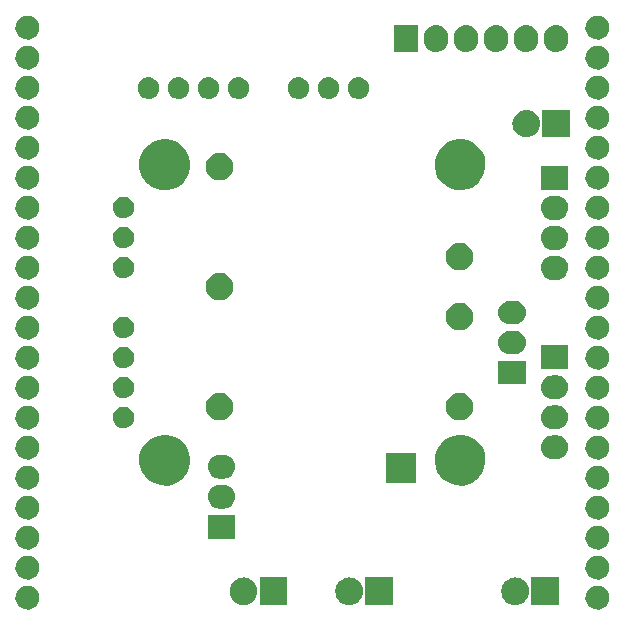
<source format=gbs>
G04 #@! TF.FileFunction,Soldermask,Bot*
%FSLAX46Y46*%
G04 Gerber Fmt 4.6, Leading zero omitted, Abs format (unit mm)*
G04 Created by KiCad (PCBNEW 4.0.2-stable) date Fri 25 Nov 2016 08:04:00 PM CET*
%MOMM*%
G01*
G04 APERTURE LIST*
%ADD10C,0.100000*%
G04 APERTURE END LIST*
D10*
G36*
X124477562Y-128120672D02*
X124672280Y-128160642D01*
X124855525Y-128237670D01*
X125020321Y-128348827D01*
X125160389Y-128489876D01*
X125270388Y-128655439D01*
X125346136Y-128839217D01*
X125384643Y-129033693D01*
X125384643Y-129033705D01*
X125384743Y-129034211D01*
X125381573Y-129261252D01*
X125381459Y-129261753D01*
X125381459Y-129261771D01*
X125337538Y-129455090D01*
X125256688Y-129636682D01*
X125142105Y-129799113D01*
X124998155Y-129936195D01*
X124830319Y-130042706D01*
X124645000Y-130114588D01*
X124449239Y-130149105D01*
X124250500Y-130144942D01*
X124056365Y-130102258D01*
X123874212Y-130022679D01*
X123710985Y-129909233D01*
X123572901Y-129766241D01*
X123465223Y-129599158D01*
X123392049Y-129414341D01*
X123356165Y-129218827D01*
X123358940Y-129020066D01*
X123400268Y-128825635D01*
X123478575Y-128642931D01*
X123590877Y-128478918D01*
X123732904Y-128339836D01*
X123899226Y-128230997D01*
X124083533Y-128156532D01*
X124278794Y-128119284D01*
X124477562Y-128120672D01*
X124477562Y-128120672D01*
G37*
G36*
X172737562Y-128120672D02*
X172932280Y-128160642D01*
X173115525Y-128237670D01*
X173280321Y-128348827D01*
X173420389Y-128489876D01*
X173530388Y-128655439D01*
X173606136Y-128839217D01*
X173644643Y-129033693D01*
X173644643Y-129033705D01*
X173644743Y-129034211D01*
X173641573Y-129261252D01*
X173641459Y-129261753D01*
X173641459Y-129261771D01*
X173597538Y-129455090D01*
X173516688Y-129636682D01*
X173402105Y-129799113D01*
X173258155Y-129936195D01*
X173090319Y-130042706D01*
X172905000Y-130114588D01*
X172709239Y-130149105D01*
X172510500Y-130144942D01*
X172316365Y-130102258D01*
X172134212Y-130022679D01*
X171970985Y-129909233D01*
X171832901Y-129766241D01*
X171725223Y-129599158D01*
X171652049Y-129414341D01*
X171616165Y-129218827D01*
X171618940Y-129020066D01*
X171660268Y-128825635D01*
X171738575Y-128642931D01*
X171850877Y-128478918D01*
X171992904Y-128339836D01*
X172159226Y-128230997D01*
X172343533Y-128156532D01*
X172538794Y-128119284D01*
X172737562Y-128120672D01*
X172737562Y-128120672D01*
G37*
G36*
X165894384Y-127452162D02*
X165894400Y-127452167D01*
X165894457Y-127452173D01*
X166111843Y-127519466D01*
X166312019Y-127627700D01*
X166487359Y-127772755D01*
X166631186Y-127949103D01*
X166738021Y-128150030D01*
X166803794Y-128367881D01*
X166826000Y-128594358D01*
X166826000Y-128605767D01*
X166825908Y-128618873D01*
X166825907Y-128618879D01*
X166825886Y-128621922D01*
X166800520Y-128848067D01*
X166731712Y-129064978D01*
X166622082Y-129264394D01*
X166475807Y-129438717D01*
X166298459Y-129581309D01*
X166096791Y-129686738D01*
X165878487Y-129750989D01*
X165878433Y-129750994D01*
X165878416Y-129750999D01*
X165651863Y-129771617D01*
X165425616Y-129747838D01*
X165425600Y-129747833D01*
X165425543Y-129747827D01*
X165208157Y-129680534D01*
X165007981Y-129572300D01*
X164832641Y-129427245D01*
X164688814Y-129250897D01*
X164581979Y-129049970D01*
X164516206Y-128832119D01*
X164494000Y-128605642D01*
X164494000Y-128594233D01*
X164494092Y-128581127D01*
X164494093Y-128581121D01*
X164494114Y-128578078D01*
X164519480Y-128351933D01*
X164588288Y-128135022D01*
X164697918Y-127935606D01*
X164844193Y-127761283D01*
X165021541Y-127618691D01*
X165223209Y-127513262D01*
X165441513Y-127449011D01*
X165441567Y-127449006D01*
X165441584Y-127449001D01*
X165668137Y-127428383D01*
X165894384Y-127452162D01*
X165894384Y-127452162D01*
G37*
G36*
X151834384Y-127452162D02*
X151834400Y-127452167D01*
X151834457Y-127452173D01*
X152051843Y-127519466D01*
X152252019Y-127627700D01*
X152427359Y-127772755D01*
X152571186Y-127949103D01*
X152678021Y-128150030D01*
X152743794Y-128367881D01*
X152766000Y-128594358D01*
X152766000Y-128605767D01*
X152765908Y-128618873D01*
X152765907Y-128618879D01*
X152765886Y-128621922D01*
X152740520Y-128848067D01*
X152671712Y-129064978D01*
X152562082Y-129264394D01*
X152415807Y-129438717D01*
X152238459Y-129581309D01*
X152036791Y-129686738D01*
X151818487Y-129750989D01*
X151818433Y-129750994D01*
X151818416Y-129750999D01*
X151591863Y-129771617D01*
X151365616Y-129747838D01*
X151365600Y-129747833D01*
X151365543Y-129747827D01*
X151148157Y-129680534D01*
X150947981Y-129572300D01*
X150772641Y-129427245D01*
X150628814Y-129250897D01*
X150521979Y-129049970D01*
X150456206Y-128832119D01*
X150434000Y-128605642D01*
X150434000Y-128594233D01*
X150434092Y-128581127D01*
X150434093Y-128581121D01*
X150434114Y-128578078D01*
X150459480Y-128351933D01*
X150528288Y-128135022D01*
X150637918Y-127935606D01*
X150784193Y-127761283D01*
X150961541Y-127618691D01*
X151163209Y-127513262D01*
X151381513Y-127449011D01*
X151381567Y-127449006D01*
X151381584Y-127449001D01*
X151608137Y-127428383D01*
X151834384Y-127452162D01*
X151834384Y-127452162D01*
G37*
G36*
X142894384Y-127452162D02*
X142894400Y-127452167D01*
X142894457Y-127452173D01*
X143111843Y-127519466D01*
X143312019Y-127627700D01*
X143487359Y-127772755D01*
X143631186Y-127949103D01*
X143738021Y-128150030D01*
X143803794Y-128367881D01*
X143826000Y-128594358D01*
X143826000Y-128605767D01*
X143825908Y-128618873D01*
X143825907Y-128618879D01*
X143825886Y-128621922D01*
X143800520Y-128848067D01*
X143731712Y-129064978D01*
X143622082Y-129264394D01*
X143475807Y-129438717D01*
X143298459Y-129581309D01*
X143096791Y-129686738D01*
X142878487Y-129750989D01*
X142878433Y-129750994D01*
X142878416Y-129750999D01*
X142651863Y-129771617D01*
X142425616Y-129747838D01*
X142425600Y-129747833D01*
X142425543Y-129747827D01*
X142208157Y-129680534D01*
X142007981Y-129572300D01*
X141832641Y-129427245D01*
X141688814Y-129250897D01*
X141581979Y-129049970D01*
X141516206Y-128832119D01*
X141494000Y-128605642D01*
X141494000Y-128594233D01*
X141494092Y-128581127D01*
X141494093Y-128581121D01*
X141494114Y-128578078D01*
X141519480Y-128351933D01*
X141588288Y-128135022D01*
X141697918Y-127935606D01*
X141844193Y-127761283D01*
X142021541Y-127618691D01*
X142223209Y-127513262D01*
X142441513Y-127449011D01*
X142441567Y-127449006D01*
X142441584Y-127449001D01*
X142668137Y-127428383D01*
X142894384Y-127452162D01*
X142894384Y-127452162D01*
G37*
G36*
X146366000Y-129766000D02*
X144034000Y-129766000D01*
X144034000Y-127434000D01*
X146366000Y-127434000D01*
X146366000Y-129766000D01*
X146366000Y-129766000D01*
G37*
G36*
X169366000Y-129766000D02*
X167034000Y-129766000D01*
X167034000Y-127434000D01*
X169366000Y-127434000D01*
X169366000Y-129766000D01*
X169366000Y-129766000D01*
G37*
G36*
X155306000Y-129766000D02*
X152974000Y-129766000D01*
X152974000Y-127434000D01*
X155306000Y-127434000D01*
X155306000Y-129766000D01*
X155306000Y-129766000D01*
G37*
G36*
X124477562Y-125580672D02*
X124672280Y-125620642D01*
X124855525Y-125697670D01*
X125020321Y-125808827D01*
X125160389Y-125949876D01*
X125270388Y-126115439D01*
X125346136Y-126299217D01*
X125384643Y-126493693D01*
X125384643Y-126493705D01*
X125384743Y-126494211D01*
X125381573Y-126721252D01*
X125381459Y-126721753D01*
X125381459Y-126721771D01*
X125337538Y-126915090D01*
X125256688Y-127096682D01*
X125142105Y-127259113D01*
X124998155Y-127396195D01*
X124830319Y-127502706D01*
X124645000Y-127574588D01*
X124449239Y-127609105D01*
X124250500Y-127604942D01*
X124056365Y-127562258D01*
X123874212Y-127482679D01*
X123710985Y-127369233D01*
X123572901Y-127226241D01*
X123465223Y-127059158D01*
X123392049Y-126874341D01*
X123356165Y-126678827D01*
X123358940Y-126480066D01*
X123400268Y-126285635D01*
X123478575Y-126102931D01*
X123590877Y-125938918D01*
X123732904Y-125799836D01*
X123899226Y-125690997D01*
X124083533Y-125616532D01*
X124278794Y-125579284D01*
X124477562Y-125580672D01*
X124477562Y-125580672D01*
G37*
G36*
X172737562Y-125580672D02*
X172932280Y-125620642D01*
X173115525Y-125697670D01*
X173280321Y-125808827D01*
X173420389Y-125949876D01*
X173530388Y-126115439D01*
X173606136Y-126299217D01*
X173644643Y-126493693D01*
X173644643Y-126493705D01*
X173644743Y-126494211D01*
X173641573Y-126721252D01*
X173641459Y-126721753D01*
X173641459Y-126721771D01*
X173597538Y-126915090D01*
X173516688Y-127096682D01*
X173402105Y-127259113D01*
X173258155Y-127396195D01*
X173090319Y-127502706D01*
X172905000Y-127574588D01*
X172709239Y-127609105D01*
X172510500Y-127604942D01*
X172316365Y-127562258D01*
X172134212Y-127482679D01*
X171970985Y-127369233D01*
X171832901Y-127226241D01*
X171725223Y-127059158D01*
X171652049Y-126874341D01*
X171616165Y-126678827D01*
X171618940Y-126480066D01*
X171660268Y-126285635D01*
X171738575Y-126102931D01*
X171850877Y-125938918D01*
X171992904Y-125799836D01*
X172159226Y-125690997D01*
X172343533Y-125616532D01*
X172538794Y-125579284D01*
X172737562Y-125580672D01*
X172737562Y-125580672D01*
G37*
G36*
X172737562Y-123040672D02*
X172932280Y-123080642D01*
X173115525Y-123157670D01*
X173280321Y-123268827D01*
X173420389Y-123409876D01*
X173530388Y-123575439D01*
X173606136Y-123759217D01*
X173644643Y-123953693D01*
X173644643Y-123953705D01*
X173644743Y-123954211D01*
X173641573Y-124181252D01*
X173641459Y-124181753D01*
X173641459Y-124181771D01*
X173597538Y-124375090D01*
X173516688Y-124556682D01*
X173402105Y-124719113D01*
X173258155Y-124856195D01*
X173090319Y-124962706D01*
X172905000Y-125034588D01*
X172709239Y-125069105D01*
X172510500Y-125064942D01*
X172316365Y-125022258D01*
X172134212Y-124942679D01*
X171970985Y-124829233D01*
X171832901Y-124686241D01*
X171725223Y-124519158D01*
X171652049Y-124334341D01*
X171616165Y-124138827D01*
X171618940Y-123940066D01*
X171660268Y-123745635D01*
X171738575Y-123562931D01*
X171850877Y-123398918D01*
X171992904Y-123259836D01*
X172159226Y-123150997D01*
X172343533Y-123076532D01*
X172538794Y-123039284D01*
X172737562Y-123040672D01*
X172737562Y-123040672D01*
G37*
G36*
X124477562Y-123040672D02*
X124672280Y-123080642D01*
X124855525Y-123157670D01*
X125020321Y-123268827D01*
X125160389Y-123409876D01*
X125270388Y-123575439D01*
X125346136Y-123759217D01*
X125384643Y-123953693D01*
X125384643Y-123953705D01*
X125384743Y-123954211D01*
X125381573Y-124181252D01*
X125381459Y-124181753D01*
X125381459Y-124181771D01*
X125337538Y-124375090D01*
X125256688Y-124556682D01*
X125142105Y-124719113D01*
X124998155Y-124856195D01*
X124830319Y-124962706D01*
X124645000Y-125034588D01*
X124449239Y-125069105D01*
X124250500Y-125064942D01*
X124056365Y-125022258D01*
X123874212Y-124942679D01*
X123710985Y-124829233D01*
X123572901Y-124686241D01*
X123465223Y-124519158D01*
X123392049Y-124334341D01*
X123356165Y-124138827D01*
X123358940Y-123940066D01*
X123400268Y-123745635D01*
X123478575Y-123562931D01*
X123590877Y-123398918D01*
X123732904Y-123259836D01*
X123899226Y-123150997D01*
X124083533Y-123076532D01*
X124278794Y-123039284D01*
X124477562Y-123040672D01*
X124477562Y-123040672D01*
G37*
G36*
X141966000Y-124153600D02*
X139634000Y-124153600D01*
X139634000Y-122126400D01*
X141966000Y-122126400D01*
X141966000Y-124153600D01*
X141966000Y-124153600D01*
G37*
G36*
X172737562Y-120500672D02*
X172932280Y-120540642D01*
X173115525Y-120617670D01*
X173280321Y-120728827D01*
X173420389Y-120869876D01*
X173530388Y-121035439D01*
X173606136Y-121219217D01*
X173644643Y-121413693D01*
X173644643Y-121413705D01*
X173644743Y-121414211D01*
X173641573Y-121641252D01*
X173641459Y-121641753D01*
X173641459Y-121641771D01*
X173597538Y-121835090D01*
X173516688Y-122016682D01*
X173402105Y-122179113D01*
X173258155Y-122316195D01*
X173090319Y-122422706D01*
X172905000Y-122494588D01*
X172709239Y-122529105D01*
X172510500Y-122524942D01*
X172316365Y-122482258D01*
X172134212Y-122402679D01*
X171970985Y-122289233D01*
X171832901Y-122146241D01*
X171725223Y-121979158D01*
X171652049Y-121794341D01*
X171616165Y-121598827D01*
X171618940Y-121400066D01*
X171660268Y-121205635D01*
X171738575Y-121022931D01*
X171850877Y-120858918D01*
X171992904Y-120719836D01*
X172159226Y-120610997D01*
X172343533Y-120536532D01*
X172538794Y-120499284D01*
X172737562Y-120500672D01*
X172737562Y-120500672D01*
G37*
G36*
X124477562Y-120500672D02*
X124672280Y-120540642D01*
X124855525Y-120617670D01*
X125020321Y-120728827D01*
X125160389Y-120869876D01*
X125270388Y-121035439D01*
X125346136Y-121219217D01*
X125384643Y-121413693D01*
X125384643Y-121413705D01*
X125384743Y-121414211D01*
X125381573Y-121641252D01*
X125381459Y-121641753D01*
X125381459Y-121641771D01*
X125337538Y-121835090D01*
X125256688Y-122016682D01*
X125142105Y-122179113D01*
X124998155Y-122316195D01*
X124830319Y-122422706D01*
X124645000Y-122494588D01*
X124449239Y-122529105D01*
X124250500Y-122524942D01*
X124056365Y-122482258D01*
X123874212Y-122402679D01*
X123710985Y-122289233D01*
X123572901Y-122146241D01*
X123465223Y-121979158D01*
X123392049Y-121794341D01*
X123356165Y-121598827D01*
X123358940Y-121400066D01*
X123400268Y-121205635D01*
X123478575Y-121022931D01*
X123590877Y-120858918D01*
X123732904Y-120719836D01*
X123899226Y-120610997D01*
X124083533Y-120536532D01*
X124278794Y-120499284D01*
X124477562Y-120500672D01*
X124477562Y-120500672D01*
G37*
G36*
X140969145Y-119586477D02*
X140969151Y-119586478D01*
X140972194Y-119586499D01*
X141168781Y-119608550D01*
X141357342Y-119668364D01*
X141530693Y-119763665D01*
X141682232Y-119890821D01*
X141806186Y-120044990D01*
X141897836Y-120220299D01*
X141953688Y-120410070D01*
X141953693Y-120410122D01*
X141953699Y-120410143D01*
X141971620Y-120607073D01*
X141950951Y-120803738D01*
X141950945Y-120803758D01*
X141950939Y-120803813D01*
X141892442Y-120992786D01*
X141798354Y-121166798D01*
X141672259Y-121319221D01*
X141518960Y-121444249D01*
X141344295Y-121537120D01*
X141154918Y-121594296D01*
X140958042Y-121613600D01*
X140641831Y-121613600D01*
X140630855Y-121613523D01*
X140630849Y-121613522D01*
X140627806Y-121613501D01*
X140431219Y-121591450D01*
X140242658Y-121531636D01*
X140069307Y-121436335D01*
X139917768Y-121309179D01*
X139793814Y-121155010D01*
X139702164Y-120979701D01*
X139646312Y-120789930D01*
X139646307Y-120789878D01*
X139646301Y-120789857D01*
X139628380Y-120592927D01*
X139649049Y-120396262D01*
X139649055Y-120396242D01*
X139649061Y-120396187D01*
X139707558Y-120207214D01*
X139801646Y-120033202D01*
X139927741Y-119880779D01*
X140081040Y-119755751D01*
X140255705Y-119662880D01*
X140445082Y-119605704D01*
X140641958Y-119586400D01*
X140958169Y-119586400D01*
X140969145Y-119586477D01*
X140969145Y-119586477D01*
G37*
G36*
X172737562Y-117960672D02*
X172932280Y-118000642D01*
X173115525Y-118077670D01*
X173280321Y-118188827D01*
X173420389Y-118329876D01*
X173530388Y-118495439D01*
X173606136Y-118679217D01*
X173644643Y-118873693D01*
X173644643Y-118873705D01*
X173644743Y-118874211D01*
X173641573Y-119101252D01*
X173641459Y-119101753D01*
X173641459Y-119101771D01*
X173597538Y-119295090D01*
X173516688Y-119476682D01*
X173402105Y-119639113D01*
X173258155Y-119776195D01*
X173090319Y-119882706D01*
X172905000Y-119954588D01*
X172709239Y-119989105D01*
X172510500Y-119984942D01*
X172316365Y-119942258D01*
X172134212Y-119862679D01*
X171970985Y-119749233D01*
X171832901Y-119606241D01*
X171725223Y-119439158D01*
X171652049Y-119254341D01*
X171616165Y-119058827D01*
X171618940Y-118860066D01*
X171660268Y-118665635D01*
X171738575Y-118482931D01*
X171850877Y-118318918D01*
X171992904Y-118179836D01*
X172159226Y-118070997D01*
X172343533Y-117996532D01*
X172538794Y-117959284D01*
X172737562Y-117960672D01*
X172737562Y-117960672D01*
G37*
G36*
X124477562Y-117960672D02*
X124672280Y-118000642D01*
X124855525Y-118077670D01*
X125020321Y-118188827D01*
X125160389Y-118329876D01*
X125270388Y-118495439D01*
X125346136Y-118679217D01*
X125384643Y-118873693D01*
X125384643Y-118873705D01*
X125384743Y-118874211D01*
X125381573Y-119101252D01*
X125381459Y-119101753D01*
X125381459Y-119101771D01*
X125337538Y-119295090D01*
X125256688Y-119476682D01*
X125142105Y-119639113D01*
X124998155Y-119776195D01*
X124830319Y-119882706D01*
X124645000Y-119954588D01*
X124449239Y-119989105D01*
X124250500Y-119984942D01*
X124056365Y-119942258D01*
X123874212Y-119862679D01*
X123710985Y-119749233D01*
X123572901Y-119606241D01*
X123465223Y-119439158D01*
X123392049Y-119254341D01*
X123356165Y-119058827D01*
X123358940Y-118860066D01*
X123400268Y-118665635D01*
X123478575Y-118482931D01*
X123590877Y-118318918D01*
X123732904Y-118179836D01*
X123899226Y-118070997D01*
X124083533Y-117996532D01*
X124278794Y-117959284D01*
X124477562Y-117960672D01*
X124477562Y-117960672D01*
G37*
G36*
X136225824Y-115351429D02*
X136638847Y-115436210D01*
X137027543Y-115599603D01*
X137377093Y-115835377D01*
X137674198Y-116134562D01*
X137907525Y-116485749D01*
X138068198Y-116875572D01*
X138149993Y-117288663D01*
X138149993Y-117288681D01*
X138150092Y-117289182D01*
X138143368Y-117770770D01*
X138143253Y-117771275D01*
X138143253Y-117771289D01*
X138049958Y-118181929D01*
X137878462Y-118567115D01*
X137635417Y-118911655D01*
X137330081Y-119202422D01*
X136974077Y-119428349D01*
X136580980Y-119580821D01*
X136165744Y-119654039D01*
X135744194Y-119645209D01*
X135332398Y-119554669D01*
X134946027Y-119385868D01*
X134599795Y-119145230D01*
X134306904Y-118841932D01*
X134078499Y-118487518D01*
X133923285Y-118095492D01*
X133847171Y-117680779D01*
X133853057Y-117259180D01*
X133940721Y-116846759D01*
X134106820Y-116459220D01*
X134345034Y-116111317D01*
X134646286Y-115816311D01*
X134999090Y-115585441D01*
X135390027Y-115427492D01*
X135804200Y-115348485D01*
X136225824Y-115351429D01*
X136225824Y-115351429D01*
G37*
G36*
X161225824Y-115351429D02*
X161638847Y-115436210D01*
X162027543Y-115599603D01*
X162377093Y-115835377D01*
X162674198Y-116134562D01*
X162907525Y-116485749D01*
X163068198Y-116875572D01*
X163149993Y-117288663D01*
X163149993Y-117288681D01*
X163150092Y-117289182D01*
X163143368Y-117770770D01*
X163143253Y-117771275D01*
X163143253Y-117771289D01*
X163049958Y-118181929D01*
X162878462Y-118567115D01*
X162635417Y-118911655D01*
X162330081Y-119202422D01*
X161974077Y-119428349D01*
X161580980Y-119580821D01*
X161165744Y-119654039D01*
X160744194Y-119645209D01*
X160332398Y-119554669D01*
X159946027Y-119385868D01*
X159599795Y-119145230D01*
X159306904Y-118841932D01*
X159078499Y-118487518D01*
X158923285Y-118095492D01*
X158847171Y-117680779D01*
X158853057Y-117259180D01*
X158940721Y-116846759D01*
X159106820Y-116459220D01*
X159345034Y-116111317D01*
X159646286Y-115816311D01*
X159999090Y-115585441D01*
X160390027Y-115427492D01*
X160804200Y-115348485D01*
X161225824Y-115351429D01*
X161225824Y-115351429D01*
G37*
G36*
X157267600Y-119467600D02*
X154732400Y-119467600D01*
X154732400Y-116932400D01*
X157267600Y-116932400D01*
X157267600Y-119467600D01*
X157267600Y-119467600D01*
G37*
G36*
X140969145Y-117046477D02*
X140969151Y-117046478D01*
X140972194Y-117046499D01*
X141168781Y-117068550D01*
X141357342Y-117128364D01*
X141530693Y-117223665D01*
X141682232Y-117350821D01*
X141806186Y-117504990D01*
X141897836Y-117680299D01*
X141953688Y-117870070D01*
X141953693Y-117870122D01*
X141953699Y-117870143D01*
X141971620Y-118067073D01*
X141950951Y-118263738D01*
X141950945Y-118263758D01*
X141950939Y-118263813D01*
X141892442Y-118452786D01*
X141798354Y-118626798D01*
X141672259Y-118779221D01*
X141518960Y-118904249D01*
X141344295Y-118997120D01*
X141154918Y-119054296D01*
X140958042Y-119073600D01*
X140641831Y-119073600D01*
X140630855Y-119073523D01*
X140630849Y-119073522D01*
X140627806Y-119073501D01*
X140431219Y-119051450D01*
X140242658Y-118991636D01*
X140069307Y-118896335D01*
X139917768Y-118769179D01*
X139793814Y-118615010D01*
X139702164Y-118439701D01*
X139646312Y-118249930D01*
X139646307Y-118249878D01*
X139646301Y-118249857D01*
X139628380Y-118052927D01*
X139649049Y-117856262D01*
X139649055Y-117856242D01*
X139649061Y-117856187D01*
X139707558Y-117667214D01*
X139801646Y-117493202D01*
X139927741Y-117340779D01*
X140081040Y-117215751D01*
X140255705Y-117122880D01*
X140445082Y-117065704D01*
X140641958Y-117046400D01*
X140958169Y-117046400D01*
X140969145Y-117046477D01*
X140969145Y-117046477D01*
G37*
G36*
X124477562Y-115420672D02*
X124672280Y-115460642D01*
X124855525Y-115537670D01*
X125020321Y-115648827D01*
X125160389Y-115789876D01*
X125270388Y-115955439D01*
X125346136Y-116139217D01*
X125384643Y-116333693D01*
X125384643Y-116333705D01*
X125384743Y-116334211D01*
X125381573Y-116561252D01*
X125381459Y-116561753D01*
X125381459Y-116561771D01*
X125337538Y-116755090D01*
X125256688Y-116936682D01*
X125142105Y-117099113D01*
X124998155Y-117236195D01*
X124830319Y-117342706D01*
X124645000Y-117414588D01*
X124449239Y-117449105D01*
X124250500Y-117444942D01*
X124056365Y-117402258D01*
X123874212Y-117322679D01*
X123710985Y-117209233D01*
X123572901Y-117066241D01*
X123465223Y-116899158D01*
X123392049Y-116714341D01*
X123356165Y-116518827D01*
X123358940Y-116320066D01*
X123400268Y-116125635D01*
X123478575Y-115942931D01*
X123590877Y-115778918D01*
X123732904Y-115639836D01*
X123899226Y-115530997D01*
X124083533Y-115456532D01*
X124278794Y-115419284D01*
X124477562Y-115420672D01*
X124477562Y-115420672D01*
G37*
G36*
X172737562Y-115420672D02*
X172932280Y-115460642D01*
X173115525Y-115537670D01*
X173280321Y-115648827D01*
X173420389Y-115789876D01*
X173530388Y-115955439D01*
X173606136Y-116139217D01*
X173644643Y-116333693D01*
X173644643Y-116333705D01*
X173644743Y-116334211D01*
X173641573Y-116561252D01*
X173641459Y-116561753D01*
X173641459Y-116561771D01*
X173597538Y-116755090D01*
X173516688Y-116936682D01*
X173402105Y-117099113D01*
X173258155Y-117236195D01*
X173090319Y-117342706D01*
X172905000Y-117414588D01*
X172709239Y-117449105D01*
X172510500Y-117444942D01*
X172316365Y-117402258D01*
X172134212Y-117322679D01*
X171970985Y-117209233D01*
X171832901Y-117066241D01*
X171725223Y-116899158D01*
X171652049Y-116714341D01*
X171616165Y-116518827D01*
X171618940Y-116320066D01*
X171660268Y-116125635D01*
X171738575Y-115942931D01*
X171850877Y-115778918D01*
X171992904Y-115639836D01*
X172159226Y-115530997D01*
X172343533Y-115456532D01*
X172538794Y-115419284D01*
X172737562Y-115420672D01*
X172737562Y-115420672D01*
G37*
G36*
X169169145Y-115406477D02*
X169169151Y-115406478D01*
X169172194Y-115406499D01*
X169368781Y-115428550D01*
X169557342Y-115488364D01*
X169730693Y-115583665D01*
X169882232Y-115710821D01*
X170006186Y-115864990D01*
X170097836Y-116040299D01*
X170153688Y-116230070D01*
X170153693Y-116230122D01*
X170153699Y-116230143D01*
X170171620Y-116427073D01*
X170150951Y-116623738D01*
X170150945Y-116623758D01*
X170150939Y-116623813D01*
X170092442Y-116812786D01*
X169998354Y-116986798D01*
X169872259Y-117139221D01*
X169718960Y-117264249D01*
X169544295Y-117357120D01*
X169354918Y-117414296D01*
X169158042Y-117433600D01*
X168841831Y-117433600D01*
X168830855Y-117433523D01*
X168830849Y-117433522D01*
X168827806Y-117433501D01*
X168631219Y-117411450D01*
X168442658Y-117351636D01*
X168269307Y-117256335D01*
X168117768Y-117129179D01*
X167993814Y-116975010D01*
X167902164Y-116799701D01*
X167846312Y-116609930D01*
X167846307Y-116609878D01*
X167846301Y-116609857D01*
X167828380Y-116412927D01*
X167849049Y-116216262D01*
X167849055Y-116216242D01*
X167849061Y-116216187D01*
X167907558Y-116027214D01*
X168001646Y-115853202D01*
X168127741Y-115700779D01*
X168281040Y-115575751D01*
X168455705Y-115482880D01*
X168645082Y-115425704D01*
X168841958Y-115406400D01*
X169158169Y-115406400D01*
X169169145Y-115406477D01*
X169169145Y-115406477D01*
G37*
G36*
X172737562Y-112880672D02*
X172932280Y-112920642D01*
X173115525Y-112997670D01*
X173280321Y-113108827D01*
X173420389Y-113249876D01*
X173530388Y-113415439D01*
X173606136Y-113599217D01*
X173644643Y-113793693D01*
X173644643Y-113793705D01*
X173644743Y-113794211D01*
X173641573Y-114021252D01*
X173641459Y-114021753D01*
X173641459Y-114021771D01*
X173597538Y-114215090D01*
X173516688Y-114396682D01*
X173402105Y-114559113D01*
X173258155Y-114696195D01*
X173090319Y-114802706D01*
X172905000Y-114874588D01*
X172709239Y-114909105D01*
X172510500Y-114904942D01*
X172316365Y-114862258D01*
X172134212Y-114782679D01*
X171970985Y-114669233D01*
X171832901Y-114526241D01*
X171725223Y-114359158D01*
X171652049Y-114174341D01*
X171616165Y-113978827D01*
X171618940Y-113780066D01*
X171660268Y-113585635D01*
X171738575Y-113402931D01*
X171850877Y-113238918D01*
X171992904Y-113099836D01*
X172159226Y-112990997D01*
X172343533Y-112916532D01*
X172538794Y-112879284D01*
X172737562Y-112880672D01*
X172737562Y-112880672D01*
G37*
G36*
X124477562Y-112880672D02*
X124672280Y-112920642D01*
X124855525Y-112997670D01*
X125020321Y-113108827D01*
X125160389Y-113249876D01*
X125270388Y-113415439D01*
X125346136Y-113599217D01*
X125384643Y-113793693D01*
X125384643Y-113793705D01*
X125384743Y-113794211D01*
X125381573Y-114021252D01*
X125381459Y-114021753D01*
X125381459Y-114021771D01*
X125337538Y-114215090D01*
X125256688Y-114396682D01*
X125142105Y-114559113D01*
X124998155Y-114696195D01*
X124830319Y-114802706D01*
X124645000Y-114874588D01*
X124449239Y-114909105D01*
X124250500Y-114904942D01*
X124056365Y-114862258D01*
X123874212Y-114782679D01*
X123710985Y-114669233D01*
X123572901Y-114526241D01*
X123465223Y-114359158D01*
X123392049Y-114174341D01*
X123356165Y-113978827D01*
X123358940Y-113780066D01*
X123400268Y-113585635D01*
X123478575Y-113402931D01*
X123590877Y-113238918D01*
X123732904Y-113099836D01*
X123899226Y-112990997D01*
X124083533Y-112916532D01*
X124278794Y-112879284D01*
X124477562Y-112880672D01*
X124477562Y-112880672D01*
G37*
G36*
X169169145Y-112866477D02*
X169169151Y-112866478D01*
X169172194Y-112866499D01*
X169368781Y-112888550D01*
X169557342Y-112948364D01*
X169730693Y-113043665D01*
X169882232Y-113170821D01*
X170006186Y-113324990D01*
X170097836Y-113500299D01*
X170153688Y-113690070D01*
X170153693Y-113690122D01*
X170153699Y-113690143D01*
X170171620Y-113887073D01*
X170150951Y-114083738D01*
X170150945Y-114083758D01*
X170150939Y-114083813D01*
X170092442Y-114272786D01*
X169998354Y-114446798D01*
X169872259Y-114599221D01*
X169718960Y-114724249D01*
X169544295Y-114817120D01*
X169354918Y-114874296D01*
X169158042Y-114893600D01*
X168841831Y-114893600D01*
X168830855Y-114893523D01*
X168830849Y-114893522D01*
X168827806Y-114893501D01*
X168631219Y-114871450D01*
X168442658Y-114811636D01*
X168269307Y-114716335D01*
X168117768Y-114589179D01*
X167993814Y-114435010D01*
X167902164Y-114259701D01*
X167846312Y-114069930D01*
X167846307Y-114069878D01*
X167846301Y-114069857D01*
X167828380Y-113872927D01*
X167849049Y-113676262D01*
X167849055Y-113676242D01*
X167849061Y-113676187D01*
X167907558Y-113487214D01*
X168001646Y-113313202D01*
X168127741Y-113160779D01*
X168281040Y-113035751D01*
X168455705Y-112942880D01*
X168645082Y-112885704D01*
X168841958Y-112866400D01*
X169158169Y-112866400D01*
X169169145Y-112866477D01*
X169169145Y-112866477D01*
G37*
G36*
X132595791Y-112978604D02*
X132770989Y-113014567D01*
X132935872Y-113083877D01*
X133084147Y-113183889D01*
X133210170Y-113310796D01*
X133309148Y-113459770D01*
X133377303Y-113625125D01*
X133411940Y-113800055D01*
X133411940Y-113800073D01*
X133412039Y-113800574D01*
X133409187Y-114004857D01*
X133409073Y-114005358D01*
X133409073Y-114005375D01*
X133369566Y-114179265D01*
X133296819Y-114342657D01*
X133193723Y-114488806D01*
X133064204Y-114612144D01*
X132913189Y-114707981D01*
X132746445Y-114772658D01*
X132570307Y-114803715D01*
X132391488Y-114799969D01*
X132216812Y-114761564D01*
X132052919Y-114689961D01*
X131906052Y-114587886D01*
X131781809Y-114459227D01*
X131684924Y-114308893D01*
X131619085Y-114142601D01*
X131586798Y-113966685D01*
X131589295Y-113787846D01*
X131626480Y-113612904D01*
X131696938Y-113448512D01*
X131797985Y-113300939D01*
X131925771Y-113175801D01*
X132075424Y-113077871D01*
X132241259Y-113010869D01*
X132416946Y-112977355D01*
X132595791Y-112978604D01*
X132595791Y-112978604D01*
G37*
G36*
X161082470Y-111794773D02*
X161306462Y-111840752D01*
X161517265Y-111929365D01*
X161706833Y-112057230D01*
X161867963Y-112219488D01*
X161994501Y-112409945D01*
X162081638Y-112621355D01*
X162125951Y-112845150D01*
X162125951Y-112845167D01*
X162126050Y-112845668D01*
X162122403Y-113106846D01*
X162122289Y-113107347D01*
X162122289Y-113107364D01*
X162071746Y-113329828D01*
X161978740Y-113538725D01*
X161846930Y-113725578D01*
X161681339Y-113883267D01*
X161488266Y-114005795D01*
X161275082Y-114088484D01*
X161049887Y-114128192D01*
X160821268Y-114123403D01*
X160597942Y-114074301D01*
X160388401Y-113982755D01*
X160200635Y-113852255D01*
X160041787Y-113687762D01*
X159917919Y-113495557D01*
X159833743Y-113282951D01*
X159792464Y-113058042D01*
X159795656Y-112829396D01*
X159843198Y-112605730D01*
X159933279Y-112395555D01*
X160062468Y-112206881D01*
X160225843Y-112046892D01*
X160417178Y-111921686D01*
X160629196Y-111836025D01*
X160853815Y-111793176D01*
X161082470Y-111794773D01*
X161082470Y-111794773D01*
G37*
G36*
X140762470Y-111794773D02*
X140986462Y-111840752D01*
X141197265Y-111929365D01*
X141386833Y-112057230D01*
X141547963Y-112219488D01*
X141674501Y-112409945D01*
X141761638Y-112621355D01*
X141805951Y-112845150D01*
X141805951Y-112845167D01*
X141806050Y-112845668D01*
X141802403Y-113106846D01*
X141802289Y-113107347D01*
X141802289Y-113107364D01*
X141751746Y-113329828D01*
X141658740Y-113538725D01*
X141526930Y-113725578D01*
X141361339Y-113883267D01*
X141168266Y-114005795D01*
X140955082Y-114088484D01*
X140729887Y-114128192D01*
X140501268Y-114123403D01*
X140277942Y-114074301D01*
X140068401Y-113982755D01*
X139880635Y-113852255D01*
X139721787Y-113687762D01*
X139597919Y-113495557D01*
X139513743Y-113282951D01*
X139472464Y-113058042D01*
X139475656Y-112829396D01*
X139523198Y-112605730D01*
X139613279Y-112395555D01*
X139742468Y-112206881D01*
X139905843Y-112046892D01*
X140097178Y-111921686D01*
X140309196Y-111836025D01*
X140533815Y-111793176D01*
X140762470Y-111794773D01*
X140762470Y-111794773D01*
G37*
G36*
X172737562Y-110340672D02*
X172932280Y-110380642D01*
X173115525Y-110457670D01*
X173280321Y-110568827D01*
X173420389Y-110709876D01*
X173530388Y-110875439D01*
X173606136Y-111059217D01*
X173644643Y-111253693D01*
X173644643Y-111253705D01*
X173644743Y-111254211D01*
X173641573Y-111481252D01*
X173641459Y-111481753D01*
X173641459Y-111481771D01*
X173597538Y-111675090D01*
X173516688Y-111856682D01*
X173402105Y-112019113D01*
X173258155Y-112156195D01*
X173090319Y-112262706D01*
X172905000Y-112334588D01*
X172709239Y-112369105D01*
X172510500Y-112364942D01*
X172316365Y-112322258D01*
X172134212Y-112242679D01*
X171970985Y-112129233D01*
X171832901Y-111986241D01*
X171725223Y-111819158D01*
X171652049Y-111634341D01*
X171616165Y-111438827D01*
X171618940Y-111240066D01*
X171660268Y-111045635D01*
X171738575Y-110862931D01*
X171850877Y-110698918D01*
X171992904Y-110559836D01*
X172159226Y-110450997D01*
X172343533Y-110376532D01*
X172538794Y-110339284D01*
X172737562Y-110340672D01*
X172737562Y-110340672D01*
G37*
G36*
X124477562Y-110340672D02*
X124672280Y-110380642D01*
X124855525Y-110457670D01*
X125020321Y-110568827D01*
X125160389Y-110709876D01*
X125270388Y-110875439D01*
X125346136Y-111059217D01*
X125384643Y-111253693D01*
X125384643Y-111253705D01*
X125384743Y-111254211D01*
X125381573Y-111481252D01*
X125381459Y-111481753D01*
X125381459Y-111481771D01*
X125337538Y-111675090D01*
X125256688Y-111856682D01*
X125142105Y-112019113D01*
X124998155Y-112156195D01*
X124830319Y-112262706D01*
X124645000Y-112334588D01*
X124449239Y-112369105D01*
X124250500Y-112364942D01*
X124056365Y-112322258D01*
X123874212Y-112242679D01*
X123710985Y-112129233D01*
X123572901Y-111986241D01*
X123465223Y-111819158D01*
X123392049Y-111634341D01*
X123356165Y-111438827D01*
X123358940Y-111240066D01*
X123400268Y-111045635D01*
X123478575Y-110862931D01*
X123590877Y-110698918D01*
X123732904Y-110559836D01*
X123899226Y-110450997D01*
X124083533Y-110376532D01*
X124278794Y-110339284D01*
X124477562Y-110340672D01*
X124477562Y-110340672D01*
G37*
G36*
X169169145Y-110326477D02*
X169169151Y-110326478D01*
X169172194Y-110326499D01*
X169368781Y-110348550D01*
X169557342Y-110408364D01*
X169730693Y-110503665D01*
X169882232Y-110630821D01*
X170006186Y-110784990D01*
X170097836Y-110960299D01*
X170153688Y-111150070D01*
X170153693Y-111150122D01*
X170153699Y-111150143D01*
X170171620Y-111347073D01*
X170150951Y-111543738D01*
X170150945Y-111543758D01*
X170150939Y-111543813D01*
X170092442Y-111732786D01*
X169998354Y-111906798D01*
X169872259Y-112059221D01*
X169718960Y-112184249D01*
X169544295Y-112277120D01*
X169354918Y-112334296D01*
X169158042Y-112353600D01*
X168841831Y-112353600D01*
X168830855Y-112353523D01*
X168830849Y-112353522D01*
X168827806Y-112353501D01*
X168631219Y-112331450D01*
X168442658Y-112271636D01*
X168269307Y-112176335D01*
X168117768Y-112049179D01*
X167993814Y-111895010D01*
X167902164Y-111719701D01*
X167846312Y-111529930D01*
X167846307Y-111529878D01*
X167846301Y-111529857D01*
X167828380Y-111332927D01*
X167849049Y-111136262D01*
X167849055Y-111136242D01*
X167849061Y-111136187D01*
X167907558Y-110947214D01*
X168001646Y-110773202D01*
X168127741Y-110620779D01*
X168281040Y-110495751D01*
X168455705Y-110402880D01*
X168645082Y-110345704D01*
X168841958Y-110326400D01*
X169158169Y-110326400D01*
X169169145Y-110326477D01*
X169169145Y-110326477D01*
G37*
G36*
X132595791Y-110438604D02*
X132770989Y-110474567D01*
X132935872Y-110543877D01*
X133084147Y-110643889D01*
X133210170Y-110770796D01*
X133309148Y-110919770D01*
X133377303Y-111085125D01*
X133411940Y-111260055D01*
X133411940Y-111260073D01*
X133412039Y-111260574D01*
X133409187Y-111464857D01*
X133409073Y-111465358D01*
X133409073Y-111465375D01*
X133369566Y-111639265D01*
X133296819Y-111802657D01*
X133193723Y-111948806D01*
X133064204Y-112072144D01*
X132913189Y-112167981D01*
X132746445Y-112232658D01*
X132570307Y-112263715D01*
X132391488Y-112259969D01*
X132216812Y-112221564D01*
X132052919Y-112149961D01*
X131906052Y-112047886D01*
X131781809Y-111919227D01*
X131684924Y-111768893D01*
X131619085Y-111602601D01*
X131586798Y-111426685D01*
X131589295Y-111247846D01*
X131626480Y-111072904D01*
X131696938Y-110908512D01*
X131797985Y-110760939D01*
X131925771Y-110635801D01*
X132075424Y-110537871D01*
X132241259Y-110470869D01*
X132416946Y-110437355D01*
X132595791Y-110438604D01*
X132595791Y-110438604D01*
G37*
G36*
X166566000Y-111093600D02*
X164234000Y-111093600D01*
X164234000Y-109066400D01*
X166566000Y-109066400D01*
X166566000Y-111093600D01*
X166566000Y-111093600D01*
G37*
G36*
X172737562Y-107800672D02*
X172932280Y-107840642D01*
X173115525Y-107917670D01*
X173280321Y-108028827D01*
X173420389Y-108169876D01*
X173530388Y-108335439D01*
X173606136Y-108519217D01*
X173644643Y-108713693D01*
X173644643Y-108713705D01*
X173644743Y-108714211D01*
X173641573Y-108941252D01*
X173641459Y-108941753D01*
X173641459Y-108941771D01*
X173597538Y-109135090D01*
X173516688Y-109316682D01*
X173402105Y-109479113D01*
X173258155Y-109616195D01*
X173090319Y-109722706D01*
X172905000Y-109794588D01*
X172709239Y-109829105D01*
X172510500Y-109824942D01*
X172316365Y-109782258D01*
X172134212Y-109702679D01*
X171970985Y-109589233D01*
X171832901Y-109446241D01*
X171725223Y-109279158D01*
X171652049Y-109094341D01*
X171616165Y-108898827D01*
X171618940Y-108700066D01*
X171660268Y-108505635D01*
X171738575Y-108322931D01*
X171850877Y-108158918D01*
X171992904Y-108019836D01*
X172159226Y-107910997D01*
X172343533Y-107836532D01*
X172538794Y-107799284D01*
X172737562Y-107800672D01*
X172737562Y-107800672D01*
G37*
G36*
X124477562Y-107800672D02*
X124672280Y-107840642D01*
X124855525Y-107917670D01*
X125020321Y-108028827D01*
X125160389Y-108169876D01*
X125270388Y-108335439D01*
X125346136Y-108519217D01*
X125384643Y-108713693D01*
X125384643Y-108713705D01*
X125384743Y-108714211D01*
X125381573Y-108941252D01*
X125381459Y-108941753D01*
X125381459Y-108941771D01*
X125337538Y-109135090D01*
X125256688Y-109316682D01*
X125142105Y-109479113D01*
X124998155Y-109616195D01*
X124830319Y-109722706D01*
X124645000Y-109794588D01*
X124449239Y-109829105D01*
X124250500Y-109824942D01*
X124056365Y-109782258D01*
X123874212Y-109702679D01*
X123710985Y-109589233D01*
X123572901Y-109446241D01*
X123465223Y-109279158D01*
X123392049Y-109094341D01*
X123356165Y-108898827D01*
X123358940Y-108700066D01*
X123400268Y-108505635D01*
X123478575Y-108322931D01*
X123590877Y-108158918D01*
X123732904Y-108019836D01*
X123899226Y-107910997D01*
X124083533Y-107836532D01*
X124278794Y-107799284D01*
X124477562Y-107800672D01*
X124477562Y-107800672D01*
G37*
G36*
X170166000Y-109813600D02*
X167834000Y-109813600D01*
X167834000Y-107786400D01*
X170166000Y-107786400D01*
X170166000Y-109813600D01*
X170166000Y-109813600D01*
G37*
G36*
X132595791Y-107898604D02*
X132770989Y-107934567D01*
X132935872Y-108003877D01*
X133084147Y-108103889D01*
X133210170Y-108230796D01*
X133309148Y-108379770D01*
X133377303Y-108545125D01*
X133411940Y-108720055D01*
X133411940Y-108720073D01*
X133412039Y-108720574D01*
X133409187Y-108924857D01*
X133409073Y-108925358D01*
X133409073Y-108925375D01*
X133369566Y-109099265D01*
X133296819Y-109262657D01*
X133193723Y-109408806D01*
X133064204Y-109532144D01*
X132913189Y-109627981D01*
X132746445Y-109692658D01*
X132570307Y-109723715D01*
X132391488Y-109719969D01*
X132216812Y-109681564D01*
X132052919Y-109609961D01*
X131906052Y-109507886D01*
X131781809Y-109379227D01*
X131684924Y-109228893D01*
X131619085Y-109062601D01*
X131586798Y-108886685D01*
X131589295Y-108707846D01*
X131626480Y-108532904D01*
X131696938Y-108368512D01*
X131797985Y-108220939D01*
X131925771Y-108095801D01*
X132075424Y-107997871D01*
X132241259Y-107930869D01*
X132416946Y-107897355D01*
X132595791Y-107898604D01*
X132595791Y-107898604D01*
G37*
G36*
X165569145Y-106526477D02*
X165569151Y-106526478D01*
X165572194Y-106526499D01*
X165768781Y-106548550D01*
X165957342Y-106608364D01*
X166130693Y-106703665D01*
X166282232Y-106830821D01*
X166406186Y-106984990D01*
X166497836Y-107160299D01*
X166553688Y-107350070D01*
X166553693Y-107350122D01*
X166553699Y-107350143D01*
X166571620Y-107547073D01*
X166550951Y-107743738D01*
X166550945Y-107743758D01*
X166550939Y-107743813D01*
X166492442Y-107932786D01*
X166398354Y-108106798D01*
X166272259Y-108259221D01*
X166118960Y-108384249D01*
X165944295Y-108477120D01*
X165754918Y-108534296D01*
X165558042Y-108553600D01*
X165241831Y-108553600D01*
X165230855Y-108553523D01*
X165230849Y-108553522D01*
X165227806Y-108553501D01*
X165031219Y-108531450D01*
X164842658Y-108471636D01*
X164669307Y-108376335D01*
X164517768Y-108249179D01*
X164393814Y-108095010D01*
X164302164Y-107919701D01*
X164246312Y-107729930D01*
X164246307Y-107729878D01*
X164246301Y-107729857D01*
X164228380Y-107532927D01*
X164249049Y-107336262D01*
X164249055Y-107336242D01*
X164249061Y-107336187D01*
X164307558Y-107147214D01*
X164401646Y-106973202D01*
X164527741Y-106820779D01*
X164681040Y-106695751D01*
X164855705Y-106602880D01*
X165045082Y-106545704D01*
X165241958Y-106526400D01*
X165558169Y-106526400D01*
X165569145Y-106526477D01*
X165569145Y-106526477D01*
G37*
G36*
X124477562Y-105260672D02*
X124672280Y-105300642D01*
X124855525Y-105377670D01*
X125020321Y-105488827D01*
X125160389Y-105629876D01*
X125270388Y-105795439D01*
X125346136Y-105979217D01*
X125384643Y-106173693D01*
X125384643Y-106173705D01*
X125384743Y-106174211D01*
X125381573Y-106401252D01*
X125381459Y-106401753D01*
X125381459Y-106401771D01*
X125337538Y-106595090D01*
X125256688Y-106776682D01*
X125142105Y-106939113D01*
X124998155Y-107076195D01*
X124830319Y-107182706D01*
X124645000Y-107254588D01*
X124449239Y-107289105D01*
X124250500Y-107284942D01*
X124056365Y-107242258D01*
X123874212Y-107162679D01*
X123710985Y-107049233D01*
X123572901Y-106906241D01*
X123465223Y-106739158D01*
X123392049Y-106554341D01*
X123356165Y-106358827D01*
X123358940Y-106160066D01*
X123400268Y-105965635D01*
X123478575Y-105782931D01*
X123590877Y-105618918D01*
X123732904Y-105479836D01*
X123899226Y-105370997D01*
X124083533Y-105296532D01*
X124278794Y-105259284D01*
X124477562Y-105260672D01*
X124477562Y-105260672D01*
G37*
G36*
X172737562Y-105260672D02*
X172932280Y-105300642D01*
X173115525Y-105377670D01*
X173280321Y-105488827D01*
X173420389Y-105629876D01*
X173530388Y-105795439D01*
X173606136Y-105979217D01*
X173644643Y-106173693D01*
X173644643Y-106173705D01*
X173644743Y-106174211D01*
X173641573Y-106401252D01*
X173641459Y-106401753D01*
X173641459Y-106401771D01*
X173597538Y-106595090D01*
X173516688Y-106776682D01*
X173402105Y-106939113D01*
X173258155Y-107076195D01*
X173090319Y-107182706D01*
X172905000Y-107254588D01*
X172709239Y-107289105D01*
X172510500Y-107284942D01*
X172316365Y-107242258D01*
X172134212Y-107162679D01*
X171970985Y-107049233D01*
X171832901Y-106906241D01*
X171725223Y-106739158D01*
X171652049Y-106554341D01*
X171616165Y-106358827D01*
X171618940Y-106160066D01*
X171660268Y-105965635D01*
X171738575Y-105782931D01*
X171850877Y-105618918D01*
X171992904Y-105479836D01*
X172159226Y-105370997D01*
X172343533Y-105296532D01*
X172538794Y-105259284D01*
X172737562Y-105260672D01*
X172737562Y-105260672D01*
G37*
G36*
X132595791Y-105358604D02*
X132770989Y-105394567D01*
X132935872Y-105463877D01*
X133084147Y-105563889D01*
X133210170Y-105690796D01*
X133309148Y-105839770D01*
X133377303Y-106005125D01*
X133411940Y-106180055D01*
X133411940Y-106180073D01*
X133412039Y-106180574D01*
X133409187Y-106384857D01*
X133409073Y-106385358D01*
X133409073Y-106385375D01*
X133369566Y-106559265D01*
X133296819Y-106722657D01*
X133193723Y-106868806D01*
X133064204Y-106992144D01*
X132913189Y-107087981D01*
X132746445Y-107152658D01*
X132570307Y-107183715D01*
X132391488Y-107179969D01*
X132216812Y-107141564D01*
X132052919Y-107069961D01*
X131906052Y-106967886D01*
X131781809Y-106839227D01*
X131684924Y-106688893D01*
X131619085Y-106522601D01*
X131586798Y-106346685D01*
X131589295Y-106167846D01*
X131626480Y-105992904D01*
X131696938Y-105828512D01*
X131797985Y-105680939D01*
X131925771Y-105555801D01*
X132075424Y-105457871D01*
X132241259Y-105390869D01*
X132416946Y-105357355D01*
X132595791Y-105358604D01*
X132595791Y-105358604D01*
G37*
G36*
X161082470Y-104174773D02*
X161306462Y-104220752D01*
X161517265Y-104309365D01*
X161706833Y-104437230D01*
X161867963Y-104599488D01*
X161994501Y-104789945D01*
X162081638Y-105001355D01*
X162125951Y-105225150D01*
X162125951Y-105225167D01*
X162126050Y-105225668D01*
X162122403Y-105486846D01*
X162122289Y-105487347D01*
X162122289Y-105487364D01*
X162071746Y-105709828D01*
X161978740Y-105918725D01*
X161846930Y-106105578D01*
X161681339Y-106263267D01*
X161488266Y-106385795D01*
X161275082Y-106468484D01*
X161049887Y-106508192D01*
X160821268Y-106503403D01*
X160597942Y-106454301D01*
X160388401Y-106362755D01*
X160200635Y-106232255D01*
X160041787Y-106067762D01*
X159917919Y-105875557D01*
X159833743Y-105662951D01*
X159792464Y-105438042D01*
X159795656Y-105209396D01*
X159843198Y-104985730D01*
X159933279Y-104775555D01*
X160062468Y-104586881D01*
X160225843Y-104426892D01*
X160417178Y-104301686D01*
X160629196Y-104216025D01*
X160853815Y-104173176D01*
X161082470Y-104174773D01*
X161082470Y-104174773D01*
G37*
G36*
X165569145Y-103986477D02*
X165569151Y-103986478D01*
X165572194Y-103986499D01*
X165768781Y-104008550D01*
X165957342Y-104068364D01*
X166130693Y-104163665D01*
X166282232Y-104290821D01*
X166406186Y-104444990D01*
X166497836Y-104620299D01*
X166553688Y-104810070D01*
X166553693Y-104810122D01*
X166553699Y-104810143D01*
X166571620Y-105007073D01*
X166550951Y-105203738D01*
X166550945Y-105203758D01*
X166550939Y-105203813D01*
X166492442Y-105392786D01*
X166398354Y-105566798D01*
X166272259Y-105719221D01*
X166118960Y-105844249D01*
X165944295Y-105937120D01*
X165754918Y-105994296D01*
X165558042Y-106013600D01*
X165241831Y-106013600D01*
X165230855Y-106013523D01*
X165230849Y-106013522D01*
X165227806Y-106013501D01*
X165031219Y-105991450D01*
X164842658Y-105931636D01*
X164669307Y-105836335D01*
X164517768Y-105709179D01*
X164393814Y-105555010D01*
X164302164Y-105379701D01*
X164246312Y-105189930D01*
X164246307Y-105189878D01*
X164246301Y-105189857D01*
X164228380Y-104992927D01*
X164249049Y-104796262D01*
X164249055Y-104796242D01*
X164249061Y-104796187D01*
X164307558Y-104607214D01*
X164401646Y-104433202D01*
X164527741Y-104280779D01*
X164681040Y-104155751D01*
X164855705Y-104062880D01*
X165045082Y-104005704D01*
X165241958Y-103986400D01*
X165558169Y-103986400D01*
X165569145Y-103986477D01*
X165569145Y-103986477D01*
G37*
G36*
X124477562Y-102720672D02*
X124672280Y-102760642D01*
X124855525Y-102837670D01*
X125020321Y-102948827D01*
X125160389Y-103089876D01*
X125270388Y-103255439D01*
X125346136Y-103439217D01*
X125384643Y-103633693D01*
X125384643Y-103633705D01*
X125384743Y-103634211D01*
X125381573Y-103861252D01*
X125381459Y-103861753D01*
X125381459Y-103861771D01*
X125337538Y-104055090D01*
X125256688Y-104236682D01*
X125142105Y-104399113D01*
X124998155Y-104536195D01*
X124830319Y-104642706D01*
X124645000Y-104714588D01*
X124449239Y-104749105D01*
X124250500Y-104744942D01*
X124056365Y-104702258D01*
X123874212Y-104622679D01*
X123710985Y-104509233D01*
X123572901Y-104366241D01*
X123465223Y-104199158D01*
X123392049Y-104014341D01*
X123356165Y-103818827D01*
X123358940Y-103620066D01*
X123400268Y-103425635D01*
X123478575Y-103242931D01*
X123590877Y-103078918D01*
X123732904Y-102939836D01*
X123899226Y-102830997D01*
X124083533Y-102756532D01*
X124278794Y-102719284D01*
X124477562Y-102720672D01*
X124477562Y-102720672D01*
G37*
G36*
X172737562Y-102720672D02*
X172932280Y-102760642D01*
X173115525Y-102837670D01*
X173280321Y-102948827D01*
X173420389Y-103089876D01*
X173530388Y-103255439D01*
X173606136Y-103439217D01*
X173644643Y-103633693D01*
X173644643Y-103633705D01*
X173644743Y-103634211D01*
X173641573Y-103861252D01*
X173641459Y-103861753D01*
X173641459Y-103861771D01*
X173597538Y-104055090D01*
X173516688Y-104236682D01*
X173402105Y-104399113D01*
X173258155Y-104536195D01*
X173090319Y-104642706D01*
X172905000Y-104714588D01*
X172709239Y-104749105D01*
X172510500Y-104744942D01*
X172316365Y-104702258D01*
X172134212Y-104622679D01*
X171970985Y-104509233D01*
X171832901Y-104366241D01*
X171725223Y-104199158D01*
X171652049Y-104014341D01*
X171616165Y-103818827D01*
X171618940Y-103620066D01*
X171660268Y-103425635D01*
X171738575Y-103242931D01*
X171850877Y-103078918D01*
X171992904Y-102939836D01*
X172159226Y-102830997D01*
X172343533Y-102756532D01*
X172538794Y-102719284D01*
X172737562Y-102720672D01*
X172737562Y-102720672D01*
G37*
G36*
X140762470Y-101634773D02*
X140986462Y-101680752D01*
X141197265Y-101769365D01*
X141386833Y-101897230D01*
X141547963Y-102059488D01*
X141674501Y-102249945D01*
X141761638Y-102461355D01*
X141805951Y-102685150D01*
X141805951Y-102685167D01*
X141806050Y-102685668D01*
X141802403Y-102946846D01*
X141802289Y-102947347D01*
X141802289Y-102947364D01*
X141751746Y-103169828D01*
X141658740Y-103378725D01*
X141526930Y-103565578D01*
X141361339Y-103723267D01*
X141168266Y-103845795D01*
X140955082Y-103928484D01*
X140729887Y-103968192D01*
X140501268Y-103963403D01*
X140277942Y-103914301D01*
X140068401Y-103822755D01*
X139880635Y-103692255D01*
X139721787Y-103527762D01*
X139597919Y-103335557D01*
X139513743Y-103122951D01*
X139472464Y-102898042D01*
X139475656Y-102669396D01*
X139523198Y-102445730D01*
X139613279Y-102235555D01*
X139742468Y-102046881D01*
X139905843Y-101886892D01*
X140097178Y-101761686D01*
X140309196Y-101676025D01*
X140533815Y-101633176D01*
X140762470Y-101634773D01*
X140762470Y-101634773D01*
G37*
G36*
X169169145Y-100206477D02*
X169169151Y-100206478D01*
X169172194Y-100206499D01*
X169368781Y-100228550D01*
X169557342Y-100288364D01*
X169730693Y-100383665D01*
X169882232Y-100510821D01*
X170006186Y-100664990D01*
X170097836Y-100840299D01*
X170153688Y-101030070D01*
X170153693Y-101030122D01*
X170153699Y-101030143D01*
X170171620Y-101227073D01*
X170150951Y-101423738D01*
X170150945Y-101423758D01*
X170150939Y-101423813D01*
X170092442Y-101612786D01*
X169998354Y-101786798D01*
X169872259Y-101939221D01*
X169718960Y-102064249D01*
X169544295Y-102157120D01*
X169354918Y-102214296D01*
X169158042Y-102233600D01*
X168841831Y-102233600D01*
X168830855Y-102233523D01*
X168830849Y-102233522D01*
X168827806Y-102233501D01*
X168631219Y-102211450D01*
X168442658Y-102151636D01*
X168269307Y-102056335D01*
X168117768Y-101929179D01*
X167993814Y-101775010D01*
X167902164Y-101599701D01*
X167846312Y-101409930D01*
X167846307Y-101409878D01*
X167846301Y-101409857D01*
X167828380Y-101212927D01*
X167849049Y-101016262D01*
X167849055Y-101016242D01*
X167849061Y-101016187D01*
X167907558Y-100827214D01*
X168001646Y-100653202D01*
X168127741Y-100500779D01*
X168281040Y-100375751D01*
X168455705Y-100282880D01*
X168645082Y-100225704D01*
X168841958Y-100206400D01*
X169158169Y-100206400D01*
X169169145Y-100206477D01*
X169169145Y-100206477D01*
G37*
G36*
X172737562Y-100180672D02*
X172932280Y-100220642D01*
X173115525Y-100297670D01*
X173280321Y-100408827D01*
X173420389Y-100549876D01*
X173530388Y-100715439D01*
X173606136Y-100899217D01*
X173644643Y-101093693D01*
X173644643Y-101093705D01*
X173644743Y-101094211D01*
X173641573Y-101321252D01*
X173641459Y-101321753D01*
X173641459Y-101321771D01*
X173597538Y-101515090D01*
X173516688Y-101696682D01*
X173402105Y-101859113D01*
X173258155Y-101996195D01*
X173090319Y-102102706D01*
X172905000Y-102174588D01*
X172709239Y-102209105D01*
X172510500Y-102204942D01*
X172316365Y-102162258D01*
X172134212Y-102082679D01*
X171970985Y-101969233D01*
X171832901Y-101826241D01*
X171725223Y-101659158D01*
X171652049Y-101474341D01*
X171616165Y-101278827D01*
X171618940Y-101080066D01*
X171660268Y-100885635D01*
X171738575Y-100702931D01*
X171850877Y-100538918D01*
X171992904Y-100399836D01*
X172159226Y-100290997D01*
X172343533Y-100216532D01*
X172538794Y-100179284D01*
X172737562Y-100180672D01*
X172737562Y-100180672D01*
G37*
G36*
X124477562Y-100180672D02*
X124672280Y-100220642D01*
X124855525Y-100297670D01*
X125020321Y-100408827D01*
X125160389Y-100549876D01*
X125270388Y-100715439D01*
X125346136Y-100899217D01*
X125384643Y-101093693D01*
X125384643Y-101093705D01*
X125384743Y-101094211D01*
X125381573Y-101321252D01*
X125381459Y-101321753D01*
X125381459Y-101321771D01*
X125337538Y-101515090D01*
X125256688Y-101696682D01*
X125142105Y-101859113D01*
X124998155Y-101996195D01*
X124830319Y-102102706D01*
X124645000Y-102174588D01*
X124449239Y-102209105D01*
X124250500Y-102204942D01*
X124056365Y-102162258D01*
X123874212Y-102082679D01*
X123710985Y-101969233D01*
X123572901Y-101826241D01*
X123465223Y-101659158D01*
X123392049Y-101474341D01*
X123356165Y-101278827D01*
X123358940Y-101080066D01*
X123400268Y-100885635D01*
X123478575Y-100702931D01*
X123590877Y-100538918D01*
X123732904Y-100399836D01*
X123899226Y-100290997D01*
X124083533Y-100216532D01*
X124278794Y-100179284D01*
X124477562Y-100180672D01*
X124477562Y-100180672D01*
G37*
G36*
X132595791Y-100278604D02*
X132770989Y-100314567D01*
X132935872Y-100383877D01*
X133084147Y-100483889D01*
X133210170Y-100610796D01*
X133309148Y-100759770D01*
X133377303Y-100925125D01*
X133411940Y-101100055D01*
X133411940Y-101100073D01*
X133412039Y-101100574D01*
X133409187Y-101304857D01*
X133409073Y-101305358D01*
X133409073Y-101305375D01*
X133369566Y-101479265D01*
X133296819Y-101642657D01*
X133193723Y-101788806D01*
X133064204Y-101912144D01*
X132913189Y-102007981D01*
X132746445Y-102072658D01*
X132570307Y-102103715D01*
X132391488Y-102099969D01*
X132216812Y-102061564D01*
X132052919Y-101989961D01*
X131906052Y-101887886D01*
X131781809Y-101759227D01*
X131684924Y-101608893D01*
X131619085Y-101442601D01*
X131586798Y-101266685D01*
X131589295Y-101087846D01*
X131626480Y-100912904D01*
X131696938Y-100748512D01*
X131797985Y-100600939D01*
X131925771Y-100475801D01*
X132075424Y-100377871D01*
X132241259Y-100310869D01*
X132416946Y-100277355D01*
X132595791Y-100278604D01*
X132595791Y-100278604D01*
G37*
G36*
X161082470Y-99094773D02*
X161306462Y-99140752D01*
X161517265Y-99229365D01*
X161706833Y-99357230D01*
X161867963Y-99519488D01*
X161994501Y-99709945D01*
X162081638Y-99921355D01*
X162125951Y-100145150D01*
X162125951Y-100145167D01*
X162126050Y-100145668D01*
X162122403Y-100406846D01*
X162122289Y-100407347D01*
X162122289Y-100407364D01*
X162071746Y-100629828D01*
X161978740Y-100838725D01*
X161846930Y-101025578D01*
X161681339Y-101183267D01*
X161488266Y-101305795D01*
X161275082Y-101388484D01*
X161049887Y-101428192D01*
X160821268Y-101423403D01*
X160597942Y-101374301D01*
X160388401Y-101282755D01*
X160200635Y-101152255D01*
X160041787Y-100987762D01*
X159917919Y-100795557D01*
X159833743Y-100582951D01*
X159792464Y-100358042D01*
X159795656Y-100129396D01*
X159843198Y-99905730D01*
X159933279Y-99695555D01*
X160062468Y-99506881D01*
X160225843Y-99346892D01*
X160417178Y-99221686D01*
X160629196Y-99136025D01*
X160853815Y-99093176D01*
X161082470Y-99094773D01*
X161082470Y-99094773D01*
G37*
G36*
X169169145Y-97666477D02*
X169169151Y-97666478D01*
X169172194Y-97666499D01*
X169368781Y-97688550D01*
X169557342Y-97748364D01*
X169730693Y-97843665D01*
X169882232Y-97970821D01*
X170006186Y-98124990D01*
X170097836Y-98300299D01*
X170153688Y-98490070D01*
X170153693Y-98490122D01*
X170153699Y-98490143D01*
X170171620Y-98687073D01*
X170150951Y-98883738D01*
X170150945Y-98883758D01*
X170150939Y-98883813D01*
X170092442Y-99072786D01*
X169998354Y-99246798D01*
X169872259Y-99399221D01*
X169718960Y-99524249D01*
X169544295Y-99617120D01*
X169354918Y-99674296D01*
X169158042Y-99693600D01*
X168841831Y-99693600D01*
X168830855Y-99693523D01*
X168830849Y-99693522D01*
X168827806Y-99693501D01*
X168631219Y-99671450D01*
X168442658Y-99611636D01*
X168269307Y-99516335D01*
X168117768Y-99389179D01*
X167993814Y-99235010D01*
X167902164Y-99059701D01*
X167846312Y-98869930D01*
X167846307Y-98869878D01*
X167846301Y-98869857D01*
X167828380Y-98672927D01*
X167849049Y-98476262D01*
X167849055Y-98476242D01*
X167849061Y-98476187D01*
X167907558Y-98287214D01*
X168001646Y-98113202D01*
X168127741Y-97960779D01*
X168281040Y-97835751D01*
X168455705Y-97742880D01*
X168645082Y-97685704D01*
X168841958Y-97666400D01*
X169158169Y-97666400D01*
X169169145Y-97666477D01*
X169169145Y-97666477D01*
G37*
G36*
X124477562Y-97640672D02*
X124672280Y-97680642D01*
X124855525Y-97757670D01*
X125020321Y-97868827D01*
X125160389Y-98009876D01*
X125270388Y-98175439D01*
X125346136Y-98359217D01*
X125384643Y-98553693D01*
X125384643Y-98553705D01*
X125384743Y-98554211D01*
X125381573Y-98781252D01*
X125381459Y-98781753D01*
X125381459Y-98781771D01*
X125337538Y-98975090D01*
X125256688Y-99156682D01*
X125142105Y-99319113D01*
X124998155Y-99456195D01*
X124830319Y-99562706D01*
X124645000Y-99634588D01*
X124449239Y-99669105D01*
X124250500Y-99664942D01*
X124056365Y-99622258D01*
X123874212Y-99542679D01*
X123710985Y-99429233D01*
X123572901Y-99286241D01*
X123465223Y-99119158D01*
X123392049Y-98934341D01*
X123356165Y-98738827D01*
X123358940Y-98540066D01*
X123400268Y-98345635D01*
X123478575Y-98162931D01*
X123590877Y-97998918D01*
X123732904Y-97859836D01*
X123899226Y-97750997D01*
X124083533Y-97676532D01*
X124278794Y-97639284D01*
X124477562Y-97640672D01*
X124477562Y-97640672D01*
G37*
G36*
X172737562Y-97640672D02*
X172932280Y-97680642D01*
X173115525Y-97757670D01*
X173280321Y-97868827D01*
X173420389Y-98009876D01*
X173530388Y-98175439D01*
X173606136Y-98359217D01*
X173644643Y-98553693D01*
X173644643Y-98553705D01*
X173644743Y-98554211D01*
X173641573Y-98781252D01*
X173641459Y-98781753D01*
X173641459Y-98781771D01*
X173597538Y-98975090D01*
X173516688Y-99156682D01*
X173402105Y-99319113D01*
X173258155Y-99456195D01*
X173090319Y-99562706D01*
X172905000Y-99634588D01*
X172709239Y-99669105D01*
X172510500Y-99664942D01*
X172316365Y-99622258D01*
X172134212Y-99542679D01*
X171970985Y-99429233D01*
X171832901Y-99286241D01*
X171725223Y-99119158D01*
X171652049Y-98934341D01*
X171616165Y-98738827D01*
X171618940Y-98540066D01*
X171660268Y-98345635D01*
X171738575Y-98162931D01*
X171850877Y-97998918D01*
X171992904Y-97859836D01*
X172159226Y-97750997D01*
X172343533Y-97676532D01*
X172538794Y-97639284D01*
X172737562Y-97640672D01*
X172737562Y-97640672D01*
G37*
G36*
X132595791Y-97738604D02*
X132770989Y-97774567D01*
X132935872Y-97843877D01*
X133084147Y-97943889D01*
X133210170Y-98070796D01*
X133309148Y-98219770D01*
X133377303Y-98385125D01*
X133411940Y-98560055D01*
X133411940Y-98560073D01*
X133412039Y-98560574D01*
X133409187Y-98764857D01*
X133409073Y-98765358D01*
X133409073Y-98765375D01*
X133369566Y-98939265D01*
X133296819Y-99102657D01*
X133193723Y-99248806D01*
X133064204Y-99372144D01*
X132913189Y-99467981D01*
X132746445Y-99532658D01*
X132570307Y-99563715D01*
X132391488Y-99559969D01*
X132216812Y-99521564D01*
X132052919Y-99449961D01*
X131906052Y-99347886D01*
X131781809Y-99219227D01*
X131684924Y-99068893D01*
X131619085Y-98902601D01*
X131586798Y-98726685D01*
X131589295Y-98547846D01*
X131626480Y-98372904D01*
X131696938Y-98208512D01*
X131797985Y-98060939D01*
X131925771Y-97935801D01*
X132075424Y-97837871D01*
X132241259Y-97770869D01*
X132416946Y-97737355D01*
X132595791Y-97738604D01*
X132595791Y-97738604D01*
G37*
G36*
X169169145Y-95126477D02*
X169169151Y-95126478D01*
X169172194Y-95126499D01*
X169368781Y-95148550D01*
X169557342Y-95208364D01*
X169730693Y-95303665D01*
X169882232Y-95430821D01*
X170006186Y-95584990D01*
X170097836Y-95760299D01*
X170153688Y-95950070D01*
X170153693Y-95950122D01*
X170153699Y-95950143D01*
X170171620Y-96147073D01*
X170150951Y-96343738D01*
X170150945Y-96343758D01*
X170150939Y-96343813D01*
X170092442Y-96532786D01*
X169998354Y-96706798D01*
X169872259Y-96859221D01*
X169718960Y-96984249D01*
X169544295Y-97077120D01*
X169354918Y-97134296D01*
X169158042Y-97153600D01*
X168841831Y-97153600D01*
X168830855Y-97153523D01*
X168830849Y-97153522D01*
X168827806Y-97153501D01*
X168631219Y-97131450D01*
X168442658Y-97071636D01*
X168269307Y-96976335D01*
X168117768Y-96849179D01*
X167993814Y-96695010D01*
X167902164Y-96519701D01*
X167846312Y-96329930D01*
X167846307Y-96329878D01*
X167846301Y-96329857D01*
X167828380Y-96132927D01*
X167849049Y-95936262D01*
X167849055Y-95936242D01*
X167849061Y-95936187D01*
X167907558Y-95747214D01*
X168001646Y-95573202D01*
X168127741Y-95420779D01*
X168281040Y-95295751D01*
X168455705Y-95202880D01*
X168645082Y-95145704D01*
X168841958Y-95126400D01*
X169158169Y-95126400D01*
X169169145Y-95126477D01*
X169169145Y-95126477D01*
G37*
G36*
X172737562Y-95100672D02*
X172932280Y-95140642D01*
X173115525Y-95217670D01*
X173280321Y-95328827D01*
X173420389Y-95469876D01*
X173530388Y-95635439D01*
X173606136Y-95819217D01*
X173644643Y-96013693D01*
X173644643Y-96013705D01*
X173644743Y-96014211D01*
X173641573Y-96241252D01*
X173641459Y-96241753D01*
X173641459Y-96241771D01*
X173597538Y-96435090D01*
X173516688Y-96616682D01*
X173402105Y-96779113D01*
X173258155Y-96916195D01*
X173090319Y-97022706D01*
X172905000Y-97094588D01*
X172709239Y-97129105D01*
X172510500Y-97124942D01*
X172316365Y-97082258D01*
X172134212Y-97002679D01*
X171970985Y-96889233D01*
X171832901Y-96746241D01*
X171725223Y-96579158D01*
X171652049Y-96394341D01*
X171616165Y-96198827D01*
X171618940Y-96000066D01*
X171660268Y-95805635D01*
X171738575Y-95622931D01*
X171850877Y-95458918D01*
X171992904Y-95319836D01*
X172159226Y-95210997D01*
X172343533Y-95136532D01*
X172538794Y-95099284D01*
X172737562Y-95100672D01*
X172737562Y-95100672D01*
G37*
G36*
X124477562Y-95100672D02*
X124672280Y-95140642D01*
X124855525Y-95217670D01*
X125020321Y-95328827D01*
X125160389Y-95469876D01*
X125270388Y-95635439D01*
X125346136Y-95819217D01*
X125384643Y-96013693D01*
X125384643Y-96013705D01*
X125384743Y-96014211D01*
X125381573Y-96241252D01*
X125381459Y-96241753D01*
X125381459Y-96241771D01*
X125337538Y-96435090D01*
X125256688Y-96616682D01*
X125142105Y-96779113D01*
X124998155Y-96916195D01*
X124830319Y-97022706D01*
X124645000Y-97094588D01*
X124449239Y-97129105D01*
X124250500Y-97124942D01*
X124056365Y-97082258D01*
X123874212Y-97002679D01*
X123710985Y-96889233D01*
X123572901Y-96746241D01*
X123465223Y-96579158D01*
X123392049Y-96394341D01*
X123356165Y-96198827D01*
X123358940Y-96000066D01*
X123400268Y-95805635D01*
X123478575Y-95622931D01*
X123590877Y-95458918D01*
X123732904Y-95319836D01*
X123899226Y-95210997D01*
X124083533Y-95136532D01*
X124278794Y-95099284D01*
X124477562Y-95100672D01*
X124477562Y-95100672D01*
G37*
G36*
X132595791Y-95198604D02*
X132770989Y-95234567D01*
X132935872Y-95303877D01*
X133084147Y-95403889D01*
X133210170Y-95530796D01*
X133309148Y-95679770D01*
X133377303Y-95845125D01*
X133411940Y-96020055D01*
X133411940Y-96020073D01*
X133412039Y-96020574D01*
X133409187Y-96224857D01*
X133409073Y-96225358D01*
X133409073Y-96225375D01*
X133369566Y-96399265D01*
X133296819Y-96562657D01*
X133193723Y-96708806D01*
X133064204Y-96832144D01*
X132913189Y-96927981D01*
X132746445Y-96992658D01*
X132570307Y-97023715D01*
X132391488Y-97019969D01*
X132216812Y-96981564D01*
X132052919Y-96909961D01*
X131906052Y-96807886D01*
X131781809Y-96679227D01*
X131684924Y-96528893D01*
X131619085Y-96362601D01*
X131586798Y-96186685D01*
X131589295Y-96007846D01*
X131626480Y-95832904D01*
X131696938Y-95668512D01*
X131797985Y-95520939D01*
X131925771Y-95395801D01*
X132075424Y-95297871D01*
X132241259Y-95230869D01*
X132416946Y-95197355D01*
X132595791Y-95198604D01*
X132595791Y-95198604D01*
G37*
G36*
X136225824Y-90351429D02*
X136638847Y-90436210D01*
X137027543Y-90599603D01*
X137377093Y-90835377D01*
X137674198Y-91134562D01*
X137907525Y-91485749D01*
X138068198Y-91875572D01*
X138149993Y-92288663D01*
X138149993Y-92288681D01*
X138150092Y-92289182D01*
X138143368Y-92770770D01*
X138143253Y-92771275D01*
X138143253Y-92771289D01*
X138049958Y-93181929D01*
X137878462Y-93567115D01*
X137635417Y-93911655D01*
X137330081Y-94202422D01*
X136974077Y-94428349D01*
X136580980Y-94580821D01*
X136165744Y-94654039D01*
X135744194Y-94645209D01*
X135332398Y-94554669D01*
X134946027Y-94385868D01*
X134599795Y-94145230D01*
X134306904Y-93841932D01*
X134078499Y-93487518D01*
X133923285Y-93095492D01*
X133847171Y-92680779D01*
X133853057Y-92259180D01*
X133940721Y-91846759D01*
X134106820Y-91459220D01*
X134345034Y-91111317D01*
X134646286Y-90816311D01*
X134999090Y-90585441D01*
X135390027Y-90427492D01*
X135804200Y-90348485D01*
X136225824Y-90351429D01*
X136225824Y-90351429D01*
G37*
G36*
X161225824Y-90351429D02*
X161638847Y-90436210D01*
X162027543Y-90599603D01*
X162377093Y-90835377D01*
X162674198Y-91134562D01*
X162907525Y-91485749D01*
X163068198Y-91875572D01*
X163149993Y-92288663D01*
X163149993Y-92288681D01*
X163150092Y-92289182D01*
X163143368Y-92770770D01*
X163143253Y-92771275D01*
X163143253Y-92771289D01*
X163049958Y-93181929D01*
X162878462Y-93567115D01*
X162635417Y-93911655D01*
X162330081Y-94202422D01*
X161974077Y-94428349D01*
X161580980Y-94580821D01*
X161165744Y-94654039D01*
X160744194Y-94645209D01*
X160332398Y-94554669D01*
X159946027Y-94385868D01*
X159599795Y-94145230D01*
X159306904Y-93841932D01*
X159078499Y-93487518D01*
X158923285Y-93095492D01*
X158847171Y-92680779D01*
X158853057Y-92259180D01*
X158940721Y-91846759D01*
X159106820Y-91459220D01*
X159345034Y-91111317D01*
X159646286Y-90816311D01*
X159999090Y-90585441D01*
X160390027Y-90427492D01*
X160804200Y-90348485D01*
X161225824Y-90351429D01*
X161225824Y-90351429D01*
G37*
G36*
X170166000Y-94613600D02*
X167834000Y-94613600D01*
X167834000Y-92586400D01*
X170166000Y-92586400D01*
X170166000Y-94613600D01*
X170166000Y-94613600D01*
G37*
G36*
X172737562Y-92560672D02*
X172932280Y-92600642D01*
X173115525Y-92677670D01*
X173280321Y-92788827D01*
X173420389Y-92929876D01*
X173530388Y-93095439D01*
X173606136Y-93279217D01*
X173644643Y-93473693D01*
X173644643Y-93473705D01*
X173644743Y-93474211D01*
X173641573Y-93701252D01*
X173641459Y-93701753D01*
X173641459Y-93701771D01*
X173597538Y-93895090D01*
X173516688Y-94076682D01*
X173402105Y-94239113D01*
X173258155Y-94376195D01*
X173090319Y-94482706D01*
X172905000Y-94554588D01*
X172709239Y-94589105D01*
X172510500Y-94584942D01*
X172316365Y-94542258D01*
X172134212Y-94462679D01*
X171970985Y-94349233D01*
X171832901Y-94206241D01*
X171725223Y-94039158D01*
X171652049Y-93854341D01*
X171616165Y-93658827D01*
X171618940Y-93460066D01*
X171660268Y-93265635D01*
X171738575Y-93082931D01*
X171850877Y-92918918D01*
X171992904Y-92779836D01*
X172159226Y-92670997D01*
X172343533Y-92596532D01*
X172538794Y-92559284D01*
X172737562Y-92560672D01*
X172737562Y-92560672D01*
G37*
G36*
X124477562Y-92560672D02*
X124672280Y-92600642D01*
X124855525Y-92677670D01*
X125020321Y-92788827D01*
X125160389Y-92929876D01*
X125270388Y-93095439D01*
X125346136Y-93279217D01*
X125384643Y-93473693D01*
X125384643Y-93473705D01*
X125384743Y-93474211D01*
X125381573Y-93701252D01*
X125381459Y-93701753D01*
X125381459Y-93701771D01*
X125337538Y-93895090D01*
X125256688Y-94076682D01*
X125142105Y-94239113D01*
X124998155Y-94376195D01*
X124830319Y-94482706D01*
X124645000Y-94554588D01*
X124449239Y-94589105D01*
X124250500Y-94584942D01*
X124056365Y-94542258D01*
X123874212Y-94462679D01*
X123710985Y-94349233D01*
X123572901Y-94206241D01*
X123465223Y-94039158D01*
X123392049Y-93854341D01*
X123356165Y-93658827D01*
X123358940Y-93460066D01*
X123400268Y-93265635D01*
X123478575Y-93082931D01*
X123590877Y-92918918D01*
X123732904Y-92779836D01*
X123899226Y-92670997D01*
X124083533Y-92596532D01*
X124278794Y-92559284D01*
X124477562Y-92560672D01*
X124477562Y-92560672D01*
G37*
G36*
X140762470Y-91474773D02*
X140986462Y-91520752D01*
X141197265Y-91609365D01*
X141386833Y-91737230D01*
X141547963Y-91899488D01*
X141674501Y-92089945D01*
X141761638Y-92301355D01*
X141805951Y-92525150D01*
X141805951Y-92525167D01*
X141806050Y-92525668D01*
X141802403Y-92786846D01*
X141802289Y-92787347D01*
X141802289Y-92787364D01*
X141751746Y-93009828D01*
X141658740Y-93218725D01*
X141526930Y-93405578D01*
X141361339Y-93563267D01*
X141168266Y-93685795D01*
X140955082Y-93768484D01*
X140729887Y-93808192D01*
X140501268Y-93803403D01*
X140277942Y-93754301D01*
X140068401Y-93662755D01*
X139880635Y-93532255D01*
X139721787Y-93367762D01*
X139597919Y-93175557D01*
X139513743Y-92962951D01*
X139472464Y-92738042D01*
X139475656Y-92509396D01*
X139523198Y-92285730D01*
X139613279Y-92075555D01*
X139742468Y-91886881D01*
X139905843Y-91726892D01*
X140097178Y-91601686D01*
X140309196Y-91516025D01*
X140533815Y-91473176D01*
X140762470Y-91474773D01*
X140762470Y-91474773D01*
G37*
G36*
X124477562Y-90020672D02*
X124672280Y-90060642D01*
X124855525Y-90137670D01*
X125020321Y-90248827D01*
X125160389Y-90389876D01*
X125270388Y-90555439D01*
X125346136Y-90739217D01*
X125384643Y-90933693D01*
X125384643Y-90933705D01*
X125384743Y-90934211D01*
X125381573Y-91161252D01*
X125381459Y-91161753D01*
X125381459Y-91161771D01*
X125337538Y-91355090D01*
X125256688Y-91536682D01*
X125142105Y-91699113D01*
X124998155Y-91836195D01*
X124830319Y-91942706D01*
X124645000Y-92014588D01*
X124449239Y-92049105D01*
X124250500Y-92044942D01*
X124056365Y-92002258D01*
X123874212Y-91922679D01*
X123710985Y-91809233D01*
X123572901Y-91666241D01*
X123465223Y-91499158D01*
X123392049Y-91314341D01*
X123356165Y-91118827D01*
X123358940Y-90920066D01*
X123400268Y-90725635D01*
X123478575Y-90542931D01*
X123590877Y-90378918D01*
X123732904Y-90239836D01*
X123899226Y-90130997D01*
X124083533Y-90056532D01*
X124278794Y-90019284D01*
X124477562Y-90020672D01*
X124477562Y-90020672D01*
G37*
G36*
X172737562Y-90020672D02*
X172932280Y-90060642D01*
X173115525Y-90137670D01*
X173280321Y-90248827D01*
X173420389Y-90389876D01*
X173530388Y-90555439D01*
X173606136Y-90739217D01*
X173644643Y-90933693D01*
X173644643Y-90933705D01*
X173644743Y-90934211D01*
X173641573Y-91161252D01*
X173641459Y-91161753D01*
X173641459Y-91161771D01*
X173597538Y-91355090D01*
X173516688Y-91536682D01*
X173402105Y-91699113D01*
X173258155Y-91836195D01*
X173090319Y-91942706D01*
X172905000Y-92014588D01*
X172709239Y-92049105D01*
X172510500Y-92044942D01*
X172316365Y-92002258D01*
X172134212Y-91922679D01*
X171970985Y-91809233D01*
X171832901Y-91666241D01*
X171725223Y-91499158D01*
X171652049Y-91314341D01*
X171616165Y-91118827D01*
X171618940Y-90920066D01*
X171660268Y-90725635D01*
X171738575Y-90542931D01*
X171850877Y-90378918D01*
X171992904Y-90239836D01*
X172159226Y-90130997D01*
X172343533Y-90056532D01*
X172538794Y-90019284D01*
X172737562Y-90020672D01*
X172737562Y-90020672D01*
G37*
G36*
X166834384Y-87852162D02*
X166834400Y-87852167D01*
X166834457Y-87852173D01*
X167051843Y-87919466D01*
X167252019Y-88027700D01*
X167427359Y-88172755D01*
X167571186Y-88349103D01*
X167678021Y-88550030D01*
X167743794Y-88767881D01*
X167766000Y-88994358D01*
X167766000Y-89005767D01*
X167765908Y-89018873D01*
X167765907Y-89018879D01*
X167765886Y-89021922D01*
X167740520Y-89248067D01*
X167671712Y-89464978D01*
X167562082Y-89664394D01*
X167415807Y-89838717D01*
X167238459Y-89981309D01*
X167036791Y-90086738D01*
X166818487Y-90150989D01*
X166818433Y-90150994D01*
X166818416Y-90150999D01*
X166591863Y-90171617D01*
X166365616Y-90147838D01*
X166365600Y-90147833D01*
X166365543Y-90147827D01*
X166148157Y-90080534D01*
X165947981Y-89972300D01*
X165772641Y-89827245D01*
X165628814Y-89650897D01*
X165521979Y-89449970D01*
X165456206Y-89232119D01*
X165434000Y-89005642D01*
X165434000Y-88994233D01*
X165434092Y-88981127D01*
X165434093Y-88981121D01*
X165434114Y-88978078D01*
X165459480Y-88751933D01*
X165528288Y-88535022D01*
X165637918Y-88335606D01*
X165784193Y-88161283D01*
X165961541Y-88018691D01*
X166163209Y-87913262D01*
X166381513Y-87849011D01*
X166381567Y-87849006D01*
X166381584Y-87849001D01*
X166608137Y-87828383D01*
X166834384Y-87852162D01*
X166834384Y-87852162D01*
G37*
G36*
X170306000Y-90166000D02*
X167974000Y-90166000D01*
X167974000Y-87834000D01*
X170306000Y-87834000D01*
X170306000Y-90166000D01*
X170306000Y-90166000D01*
G37*
G36*
X124477562Y-87480672D02*
X124672280Y-87520642D01*
X124855525Y-87597670D01*
X125020321Y-87708827D01*
X125160389Y-87849876D01*
X125270388Y-88015439D01*
X125346136Y-88199217D01*
X125384643Y-88393693D01*
X125384643Y-88393705D01*
X125384743Y-88394211D01*
X125381573Y-88621252D01*
X125381459Y-88621753D01*
X125381459Y-88621771D01*
X125337538Y-88815090D01*
X125256688Y-88996682D01*
X125142105Y-89159113D01*
X124998155Y-89296195D01*
X124830319Y-89402706D01*
X124645000Y-89474588D01*
X124449239Y-89509105D01*
X124250500Y-89504942D01*
X124056365Y-89462258D01*
X123874212Y-89382679D01*
X123710985Y-89269233D01*
X123572901Y-89126241D01*
X123465223Y-88959158D01*
X123392049Y-88774341D01*
X123356165Y-88578827D01*
X123358940Y-88380066D01*
X123400268Y-88185635D01*
X123478575Y-88002931D01*
X123590877Y-87838918D01*
X123732904Y-87699836D01*
X123899226Y-87590997D01*
X124083533Y-87516532D01*
X124278794Y-87479284D01*
X124477562Y-87480672D01*
X124477562Y-87480672D01*
G37*
G36*
X172737562Y-87480672D02*
X172932280Y-87520642D01*
X173115525Y-87597670D01*
X173280321Y-87708827D01*
X173420389Y-87849876D01*
X173530388Y-88015439D01*
X173606136Y-88199217D01*
X173644643Y-88393693D01*
X173644643Y-88393705D01*
X173644743Y-88394211D01*
X173641573Y-88621252D01*
X173641459Y-88621753D01*
X173641459Y-88621771D01*
X173597538Y-88815090D01*
X173516688Y-88996682D01*
X173402105Y-89159113D01*
X173258155Y-89296195D01*
X173090319Y-89402706D01*
X172905000Y-89474588D01*
X172709239Y-89509105D01*
X172510500Y-89504942D01*
X172316365Y-89462258D01*
X172134212Y-89382679D01*
X171970985Y-89269233D01*
X171832901Y-89126241D01*
X171725223Y-88959158D01*
X171652049Y-88774341D01*
X171616165Y-88578827D01*
X171618940Y-88380066D01*
X171660268Y-88185635D01*
X171738575Y-88002931D01*
X171850877Y-87838918D01*
X171992904Y-87699836D01*
X172159226Y-87590997D01*
X172343533Y-87516532D01*
X172538794Y-87479284D01*
X172737562Y-87480672D01*
X172737562Y-87480672D01*
G37*
G36*
X124477562Y-84940672D02*
X124672280Y-84980642D01*
X124855525Y-85057670D01*
X125020321Y-85168827D01*
X125160389Y-85309876D01*
X125270388Y-85475439D01*
X125346136Y-85659217D01*
X125384643Y-85853693D01*
X125384643Y-85853705D01*
X125384743Y-85854211D01*
X125381573Y-86081252D01*
X125381459Y-86081753D01*
X125381459Y-86081771D01*
X125337538Y-86275090D01*
X125256688Y-86456682D01*
X125142105Y-86619113D01*
X124998155Y-86756195D01*
X124830319Y-86862706D01*
X124645000Y-86934588D01*
X124449239Y-86969105D01*
X124250500Y-86964942D01*
X124056365Y-86922258D01*
X123874212Y-86842679D01*
X123710985Y-86729233D01*
X123572901Y-86586241D01*
X123465223Y-86419158D01*
X123392049Y-86234341D01*
X123356165Y-86038827D01*
X123358940Y-85840066D01*
X123400268Y-85645635D01*
X123478575Y-85462931D01*
X123590877Y-85298918D01*
X123732904Y-85159836D01*
X123899226Y-85050997D01*
X124083533Y-84976532D01*
X124278794Y-84939284D01*
X124477562Y-84940672D01*
X124477562Y-84940672D01*
G37*
G36*
X172737562Y-84940672D02*
X172932280Y-84980642D01*
X173115525Y-85057670D01*
X173280321Y-85168827D01*
X173420389Y-85309876D01*
X173530388Y-85475439D01*
X173606136Y-85659217D01*
X173644643Y-85853693D01*
X173644643Y-85853705D01*
X173644743Y-85854211D01*
X173641573Y-86081252D01*
X173641459Y-86081753D01*
X173641459Y-86081771D01*
X173597538Y-86275090D01*
X173516688Y-86456682D01*
X173402105Y-86619113D01*
X173258155Y-86756195D01*
X173090319Y-86862706D01*
X172905000Y-86934588D01*
X172709239Y-86969105D01*
X172510500Y-86964942D01*
X172316365Y-86922258D01*
X172134212Y-86842679D01*
X171970985Y-86729233D01*
X171832901Y-86586241D01*
X171725223Y-86419158D01*
X171652049Y-86234341D01*
X171616165Y-86038827D01*
X171618940Y-85840066D01*
X171660268Y-85645635D01*
X171738575Y-85462931D01*
X171850877Y-85298918D01*
X171992904Y-85159836D01*
X172159226Y-85050997D01*
X172343533Y-84976532D01*
X172538794Y-84939284D01*
X172737562Y-84940672D01*
X172737562Y-84940672D01*
G37*
G36*
X137245791Y-85088604D02*
X137420989Y-85124567D01*
X137585872Y-85193877D01*
X137734147Y-85293889D01*
X137860170Y-85420796D01*
X137959148Y-85569770D01*
X138027303Y-85735125D01*
X138061940Y-85910055D01*
X138061940Y-85910073D01*
X138062039Y-85910574D01*
X138059187Y-86114857D01*
X138059073Y-86115358D01*
X138059073Y-86115375D01*
X138019566Y-86289265D01*
X137946819Y-86452657D01*
X137843723Y-86598806D01*
X137714204Y-86722144D01*
X137563189Y-86817981D01*
X137396445Y-86882658D01*
X137220307Y-86913715D01*
X137041488Y-86909969D01*
X136866812Y-86871564D01*
X136702919Y-86799961D01*
X136556052Y-86697886D01*
X136431809Y-86569227D01*
X136334924Y-86418893D01*
X136269085Y-86252601D01*
X136236798Y-86076685D01*
X136239295Y-85897846D01*
X136276480Y-85722904D01*
X136346938Y-85558512D01*
X136447985Y-85410939D01*
X136575771Y-85285801D01*
X136725424Y-85187871D01*
X136891259Y-85120869D01*
X137066946Y-85087355D01*
X137245791Y-85088604D01*
X137245791Y-85088604D01*
G37*
G36*
X139785791Y-85088604D02*
X139960989Y-85124567D01*
X140125872Y-85193877D01*
X140274147Y-85293889D01*
X140400170Y-85420796D01*
X140499148Y-85569770D01*
X140567303Y-85735125D01*
X140601940Y-85910055D01*
X140601940Y-85910073D01*
X140602039Y-85910574D01*
X140599187Y-86114857D01*
X140599073Y-86115358D01*
X140599073Y-86115375D01*
X140559566Y-86289265D01*
X140486819Y-86452657D01*
X140383723Y-86598806D01*
X140254204Y-86722144D01*
X140103189Y-86817981D01*
X139936445Y-86882658D01*
X139760307Y-86913715D01*
X139581488Y-86909969D01*
X139406812Y-86871564D01*
X139242919Y-86799961D01*
X139096052Y-86697886D01*
X138971809Y-86569227D01*
X138874924Y-86418893D01*
X138809085Y-86252601D01*
X138776798Y-86076685D01*
X138779295Y-85897846D01*
X138816480Y-85722904D01*
X138886938Y-85558512D01*
X138987985Y-85410939D01*
X139115771Y-85285801D01*
X139265424Y-85187871D01*
X139431259Y-85120869D01*
X139606946Y-85087355D01*
X139785791Y-85088604D01*
X139785791Y-85088604D01*
G37*
G36*
X134705791Y-85088604D02*
X134880989Y-85124567D01*
X135045872Y-85193877D01*
X135194147Y-85293889D01*
X135320170Y-85420796D01*
X135419148Y-85569770D01*
X135487303Y-85735125D01*
X135521940Y-85910055D01*
X135521940Y-85910073D01*
X135522039Y-85910574D01*
X135519187Y-86114857D01*
X135519073Y-86115358D01*
X135519073Y-86115375D01*
X135479566Y-86289265D01*
X135406819Y-86452657D01*
X135303723Y-86598806D01*
X135174204Y-86722144D01*
X135023189Y-86817981D01*
X134856445Y-86882658D01*
X134680307Y-86913715D01*
X134501488Y-86909969D01*
X134326812Y-86871564D01*
X134162919Y-86799961D01*
X134016052Y-86697886D01*
X133891809Y-86569227D01*
X133794924Y-86418893D01*
X133729085Y-86252601D01*
X133696798Y-86076685D01*
X133699295Y-85897846D01*
X133736480Y-85722904D01*
X133806938Y-85558512D01*
X133907985Y-85410939D01*
X134035771Y-85285801D01*
X134185424Y-85187871D01*
X134351259Y-85120869D01*
X134526946Y-85087355D01*
X134705791Y-85088604D01*
X134705791Y-85088604D01*
G37*
G36*
X142325791Y-85088604D02*
X142500989Y-85124567D01*
X142665872Y-85193877D01*
X142814147Y-85293889D01*
X142940170Y-85420796D01*
X143039148Y-85569770D01*
X143107303Y-85735125D01*
X143141940Y-85910055D01*
X143141940Y-85910073D01*
X143142039Y-85910574D01*
X143139187Y-86114857D01*
X143139073Y-86115358D01*
X143139073Y-86115375D01*
X143099566Y-86289265D01*
X143026819Y-86452657D01*
X142923723Y-86598806D01*
X142794204Y-86722144D01*
X142643189Y-86817981D01*
X142476445Y-86882658D01*
X142300307Y-86913715D01*
X142121488Y-86909969D01*
X141946812Y-86871564D01*
X141782919Y-86799961D01*
X141636052Y-86697886D01*
X141511809Y-86569227D01*
X141414924Y-86418893D01*
X141349085Y-86252601D01*
X141316798Y-86076685D01*
X141319295Y-85897846D01*
X141356480Y-85722904D01*
X141426938Y-85558512D01*
X141527985Y-85410939D01*
X141655771Y-85285801D01*
X141805424Y-85187871D01*
X141971259Y-85120869D01*
X142146946Y-85087355D01*
X142325791Y-85088604D01*
X142325791Y-85088604D01*
G37*
G36*
X147405791Y-85088604D02*
X147580989Y-85124567D01*
X147745872Y-85193877D01*
X147894147Y-85293889D01*
X148020170Y-85420796D01*
X148119148Y-85569770D01*
X148187303Y-85735125D01*
X148221940Y-85910055D01*
X148221940Y-85910073D01*
X148222039Y-85910574D01*
X148219187Y-86114857D01*
X148219073Y-86115358D01*
X148219073Y-86115375D01*
X148179566Y-86289265D01*
X148106819Y-86452657D01*
X148003723Y-86598806D01*
X147874204Y-86722144D01*
X147723189Y-86817981D01*
X147556445Y-86882658D01*
X147380307Y-86913715D01*
X147201488Y-86909969D01*
X147026812Y-86871564D01*
X146862919Y-86799961D01*
X146716052Y-86697886D01*
X146591809Y-86569227D01*
X146494924Y-86418893D01*
X146429085Y-86252601D01*
X146396798Y-86076685D01*
X146399295Y-85897846D01*
X146436480Y-85722904D01*
X146506938Y-85558512D01*
X146607985Y-85410939D01*
X146735771Y-85285801D01*
X146885424Y-85187871D01*
X147051259Y-85120869D01*
X147226946Y-85087355D01*
X147405791Y-85088604D01*
X147405791Y-85088604D01*
G37*
G36*
X149945791Y-85088604D02*
X150120989Y-85124567D01*
X150285872Y-85193877D01*
X150434147Y-85293889D01*
X150560170Y-85420796D01*
X150659148Y-85569770D01*
X150727303Y-85735125D01*
X150761940Y-85910055D01*
X150761940Y-85910073D01*
X150762039Y-85910574D01*
X150759187Y-86114857D01*
X150759073Y-86115358D01*
X150759073Y-86115375D01*
X150719566Y-86289265D01*
X150646819Y-86452657D01*
X150543723Y-86598806D01*
X150414204Y-86722144D01*
X150263189Y-86817981D01*
X150096445Y-86882658D01*
X149920307Y-86913715D01*
X149741488Y-86909969D01*
X149566812Y-86871564D01*
X149402919Y-86799961D01*
X149256052Y-86697886D01*
X149131809Y-86569227D01*
X149034924Y-86418893D01*
X148969085Y-86252601D01*
X148936798Y-86076685D01*
X148939295Y-85897846D01*
X148976480Y-85722904D01*
X149046938Y-85558512D01*
X149147985Y-85410939D01*
X149275771Y-85285801D01*
X149425424Y-85187871D01*
X149591259Y-85120869D01*
X149766946Y-85087355D01*
X149945791Y-85088604D01*
X149945791Y-85088604D01*
G37*
G36*
X152485791Y-85088604D02*
X152660989Y-85124567D01*
X152825872Y-85193877D01*
X152974147Y-85293889D01*
X153100170Y-85420796D01*
X153199148Y-85569770D01*
X153267303Y-85735125D01*
X153301940Y-85910055D01*
X153301940Y-85910073D01*
X153302039Y-85910574D01*
X153299187Y-86114857D01*
X153299073Y-86115358D01*
X153299073Y-86115375D01*
X153259566Y-86289265D01*
X153186819Y-86452657D01*
X153083723Y-86598806D01*
X152954204Y-86722144D01*
X152803189Y-86817981D01*
X152636445Y-86882658D01*
X152460307Y-86913715D01*
X152281488Y-86909969D01*
X152106812Y-86871564D01*
X151942919Y-86799961D01*
X151796052Y-86697886D01*
X151671809Y-86569227D01*
X151574924Y-86418893D01*
X151509085Y-86252601D01*
X151476798Y-86076685D01*
X151479295Y-85897846D01*
X151516480Y-85722904D01*
X151586938Y-85558512D01*
X151687985Y-85410939D01*
X151815771Y-85285801D01*
X151965424Y-85187871D01*
X152131259Y-85120869D01*
X152306946Y-85087355D01*
X152485791Y-85088604D01*
X152485791Y-85088604D01*
G37*
G36*
X172737562Y-82400672D02*
X172932280Y-82440642D01*
X173115525Y-82517670D01*
X173280321Y-82628827D01*
X173420389Y-82769876D01*
X173530388Y-82935439D01*
X173606136Y-83119217D01*
X173644643Y-83313693D01*
X173644643Y-83313705D01*
X173644743Y-83314211D01*
X173641573Y-83541252D01*
X173641459Y-83541753D01*
X173641459Y-83541771D01*
X173597538Y-83735090D01*
X173516688Y-83916682D01*
X173402105Y-84079113D01*
X173258155Y-84216195D01*
X173090319Y-84322706D01*
X172905000Y-84394588D01*
X172709239Y-84429105D01*
X172510500Y-84424942D01*
X172316365Y-84382258D01*
X172134212Y-84302679D01*
X171970985Y-84189233D01*
X171832901Y-84046241D01*
X171725223Y-83879158D01*
X171652049Y-83694341D01*
X171616165Y-83498827D01*
X171618940Y-83300066D01*
X171660268Y-83105635D01*
X171738575Y-82922931D01*
X171850877Y-82758918D01*
X171992904Y-82619836D01*
X172159226Y-82510997D01*
X172343533Y-82436532D01*
X172538794Y-82399284D01*
X172737562Y-82400672D01*
X172737562Y-82400672D01*
G37*
G36*
X124477562Y-82400672D02*
X124672280Y-82440642D01*
X124855525Y-82517670D01*
X125020321Y-82628827D01*
X125160389Y-82769876D01*
X125270388Y-82935439D01*
X125346136Y-83119217D01*
X125384643Y-83313693D01*
X125384643Y-83313705D01*
X125384743Y-83314211D01*
X125381573Y-83541252D01*
X125381459Y-83541753D01*
X125381459Y-83541771D01*
X125337538Y-83735090D01*
X125256688Y-83916682D01*
X125142105Y-84079113D01*
X124998155Y-84216195D01*
X124830319Y-84322706D01*
X124645000Y-84394588D01*
X124449239Y-84429105D01*
X124250500Y-84424942D01*
X124056365Y-84382258D01*
X123874212Y-84302679D01*
X123710985Y-84189233D01*
X123572901Y-84046241D01*
X123465223Y-83879158D01*
X123392049Y-83694341D01*
X123356165Y-83498827D01*
X123358940Y-83300066D01*
X123400268Y-83105635D01*
X123478575Y-82922931D01*
X123590877Y-82758918D01*
X123732904Y-82619836D01*
X123899226Y-82510997D01*
X124083533Y-82436532D01*
X124278794Y-82399284D01*
X124477562Y-82400672D01*
X124477562Y-82400672D01*
G37*
G36*
X159163738Y-80649049D02*
X159163758Y-80649055D01*
X159163813Y-80649061D01*
X159352786Y-80707558D01*
X159526798Y-80801646D01*
X159679221Y-80927741D01*
X159804249Y-81081040D01*
X159897120Y-81255705D01*
X159954296Y-81445082D01*
X159973600Y-81641958D01*
X159973600Y-81958169D01*
X159973523Y-81969145D01*
X159973522Y-81969151D01*
X159973501Y-81972194D01*
X159951450Y-82168781D01*
X159891636Y-82357342D01*
X159796335Y-82530693D01*
X159669179Y-82682232D01*
X159515010Y-82806186D01*
X159339701Y-82897836D01*
X159149930Y-82953688D01*
X159149878Y-82953693D01*
X159149857Y-82953699D01*
X158952927Y-82971620D01*
X158756262Y-82950951D01*
X158756242Y-82950945D01*
X158756187Y-82950939D01*
X158567214Y-82892442D01*
X158393202Y-82798354D01*
X158240779Y-82672259D01*
X158115751Y-82518960D01*
X158022880Y-82344295D01*
X157965704Y-82154918D01*
X157946400Y-81958042D01*
X157946400Y-81641831D01*
X157946477Y-81630855D01*
X157946478Y-81630849D01*
X157946499Y-81627806D01*
X157968550Y-81431219D01*
X158028364Y-81242658D01*
X158123665Y-81069307D01*
X158250821Y-80917768D01*
X158404990Y-80793814D01*
X158580299Y-80702164D01*
X158770070Y-80646312D01*
X158770122Y-80646307D01*
X158770143Y-80646301D01*
X158967073Y-80628380D01*
X159163738Y-80649049D01*
X159163738Y-80649049D01*
G37*
G36*
X164243738Y-80649049D02*
X164243758Y-80649055D01*
X164243813Y-80649061D01*
X164432786Y-80707558D01*
X164606798Y-80801646D01*
X164759221Y-80927741D01*
X164884249Y-81081040D01*
X164977120Y-81255705D01*
X165034296Y-81445082D01*
X165053600Y-81641958D01*
X165053600Y-81958169D01*
X165053523Y-81969145D01*
X165053522Y-81969151D01*
X165053501Y-81972194D01*
X165031450Y-82168781D01*
X164971636Y-82357342D01*
X164876335Y-82530693D01*
X164749179Y-82682232D01*
X164595010Y-82806186D01*
X164419701Y-82897836D01*
X164229930Y-82953688D01*
X164229878Y-82953693D01*
X164229857Y-82953699D01*
X164032927Y-82971620D01*
X163836262Y-82950951D01*
X163836242Y-82950945D01*
X163836187Y-82950939D01*
X163647214Y-82892442D01*
X163473202Y-82798354D01*
X163320779Y-82672259D01*
X163195751Y-82518960D01*
X163102880Y-82344295D01*
X163045704Y-82154918D01*
X163026400Y-81958042D01*
X163026400Y-81641831D01*
X163026477Y-81630855D01*
X163026478Y-81630849D01*
X163026499Y-81627806D01*
X163048550Y-81431219D01*
X163108364Y-81242658D01*
X163203665Y-81069307D01*
X163330821Y-80917768D01*
X163484990Y-80793814D01*
X163660299Y-80702164D01*
X163850070Y-80646312D01*
X163850122Y-80646307D01*
X163850143Y-80646301D01*
X164047073Y-80628380D01*
X164243738Y-80649049D01*
X164243738Y-80649049D01*
G37*
G36*
X166783738Y-80649049D02*
X166783758Y-80649055D01*
X166783813Y-80649061D01*
X166972786Y-80707558D01*
X167146798Y-80801646D01*
X167299221Y-80927741D01*
X167424249Y-81081040D01*
X167517120Y-81255705D01*
X167574296Y-81445082D01*
X167593600Y-81641958D01*
X167593600Y-81958169D01*
X167593523Y-81969145D01*
X167593522Y-81969151D01*
X167593501Y-81972194D01*
X167571450Y-82168781D01*
X167511636Y-82357342D01*
X167416335Y-82530693D01*
X167289179Y-82682232D01*
X167135010Y-82806186D01*
X166959701Y-82897836D01*
X166769930Y-82953688D01*
X166769878Y-82953693D01*
X166769857Y-82953699D01*
X166572927Y-82971620D01*
X166376262Y-82950951D01*
X166376242Y-82950945D01*
X166376187Y-82950939D01*
X166187214Y-82892442D01*
X166013202Y-82798354D01*
X165860779Y-82672259D01*
X165735751Y-82518960D01*
X165642880Y-82344295D01*
X165585704Y-82154918D01*
X165566400Y-81958042D01*
X165566400Y-81641831D01*
X165566477Y-81630855D01*
X165566478Y-81630849D01*
X165566499Y-81627806D01*
X165588550Y-81431219D01*
X165648364Y-81242658D01*
X165743665Y-81069307D01*
X165870821Y-80917768D01*
X166024990Y-80793814D01*
X166200299Y-80702164D01*
X166390070Y-80646312D01*
X166390122Y-80646307D01*
X166390143Y-80646301D01*
X166587073Y-80628380D01*
X166783738Y-80649049D01*
X166783738Y-80649049D01*
G37*
G36*
X161703738Y-80649049D02*
X161703758Y-80649055D01*
X161703813Y-80649061D01*
X161892786Y-80707558D01*
X162066798Y-80801646D01*
X162219221Y-80927741D01*
X162344249Y-81081040D01*
X162437120Y-81255705D01*
X162494296Y-81445082D01*
X162513600Y-81641958D01*
X162513600Y-81958169D01*
X162513523Y-81969145D01*
X162513522Y-81969151D01*
X162513501Y-81972194D01*
X162491450Y-82168781D01*
X162431636Y-82357342D01*
X162336335Y-82530693D01*
X162209179Y-82682232D01*
X162055010Y-82806186D01*
X161879701Y-82897836D01*
X161689930Y-82953688D01*
X161689878Y-82953693D01*
X161689857Y-82953699D01*
X161492927Y-82971620D01*
X161296262Y-82950951D01*
X161296242Y-82950945D01*
X161296187Y-82950939D01*
X161107214Y-82892442D01*
X160933202Y-82798354D01*
X160780779Y-82672259D01*
X160655751Y-82518960D01*
X160562880Y-82344295D01*
X160505704Y-82154918D01*
X160486400Y-81958042D01*
X160486400Y-81641831D01*
X160486477Y-81630855D01*
X160486478Y-81630849D01*
X160486499Y-81627806D01*
X160508550Y-81431219D01*
X160568364Y-81242658D01*
X160663665Y-81069307D01*
X160790821Y-80917768D01*
X160944990Y-80793814D01*
X161120299Y-80702164D01*
X161310070Y-80646312D01*
X161310122Y-80646307D01*
X161310143Y-80646301D01*
X161507073Y-80628380D01*
X161703738Y-80649049D01*
X161703738Y-80649049D01*
G37*
G36*
X169323738Y-80649049D02*
X169323758Y-80649055D01*
X169323813Y-80649061D01*
X169512786Y-80707558D01*
X169686798Y-80801646D01*
X169839221Y-80927741D01*
X169964249Y-81081040D01*
X170057120Y-81255705D01*
X170114296Y-81445082D01*
X170133600Y-81641958D01*
X170133600Y-81958169D01*
X170133523Y-81969145D01*
X170133522Y-81969151D01*
X170133501Y-81972194D01*
X170111450Y-82168781D01*
X170051636Y-82357342D01*
X169956335Y-82530693D01*
X169829179Y-82682232D01*
X169675010Y-82806186D01*
X169499701Y-82897836D01*
X169309930Y-82953688D01*
X169309878Y-82953693D01*
X169309857Y-82953699D01*
X169112927Y-82971620D01*
X168916262Y-82950951D01*
X168916242Y-82950945D01*
X168916187Y-82950939D01*
X168727214Y-82892442D01*
X168553202Y-82798354D01*
X168400779Y-82672259D01*
X168275751Y-82518960D01*
X168182880Y-82344295D01*
X168125704Y-82154918D01*
X168106400Y-81958042D01*
X168106400Y-81641831D01*
X168106477Y-81630855D01*
X168106478Y-81630849D01*
X168106499Y-81627806D01*
X168128550Y-81431219D01*
X168188364Y-81242658D01*
X168283665Y-81069307D01*
X168410821Y-80917768D01*
X168564990Y-80793814D01*
X168740299Y-80702164D01*
X168930070Y-80646312D01*
X168930122Y-80646307D01*
X168930143Y-80646301D01*
X169127073Y-80628380D01*
X169323738Y-80649049D01*
X169323738Y-80649049D01*
G37*
G36*
X157433600Y-82966000D02*
X155406400Y-82966000D01*
X155406400Y-80634000D01*
X157433600Y-80634000D01*
X157433600Y-82966000D01*
X157433600Y-82966000D01*
G37*
G36*
X124477562Y-79860672D02*
X124672280Y-79900642D01*
X124855525Y-79977670D01*
X125020321Y-80088827D01*
X125160389Y-80229876D01*
X125270388Y-80395439D01*
X125346136Y-80579217D01*
X125384643Y-80773693D01*
X125384643Y-80773705D01*
X125384743Y-80774211D01*
X125381573Y-81001252D01*
X125381459Y-81001753D01*
X125381459Y-81001771D01*
X125337538Y-81195090D01*
X125256688Y-81376682D01*
X125142105Y-81539113D01*
X124998155Y-81676195D01*
X124830319Y-81782706D01*
X124645000Y-81854588D01*
X124449239Y-81889105D01*
X124250500Y-81884942D01*
X124056365Y-81842258D01*
X123874212Y-81762679D01*
X123710985Y-81649233D01*
X123572901Y-81506241D01*
X123465223Y-81339158D01*
X123392049Y-81154341D01*
X123356165Y-80958827D01*
X123358940Y-80760066D01*
X123400268Y-80565635D01*
X123478575Y-80382931D01*
X123590877Y-80218918D01*
X123732904Y-80079836D01*
X123899226Y-79970997D01*
X124083533Y-79896532D01*
X124278794Y-79859284D01*
X124477562Y-79860672D01*
X124477562Y-79860672D01*
G37*
G36*
X172737562Y-79860672D02*
X172932280Y-79900642D01*
X173115525Y-79977670D01*
X173280321Y-80088827D01*
X173420389Y-80229876D01*
X173530388Y-80395439D01*
X173606136Y-80579217D01*
X173644643Y-80773693D01*
X173644643Y-80773705D01*
X173644743Y-80774211D01*
X173641573Y-81001252D01*
X173641459Y-81001753D01*
X173641459Y-81001771D01*
X173597538Y-81195090D01*
X173516688Y-81376682D01*
X173402105Y-81539113D01*
X173258155Y-81676195D01*
X173090319Y-81782706D01*
X172905000Y-81854588D01*
X172709239Y-81889105D01*
X172510500Y-81884942D01*
X172316365Y-81842258D01*
X172134212Y-81762679D01*
X171970985Y-81649233D01*
X171832901Y-81506241D01*
X171725223Y-81339158D01*
X171652049Y-81154341D01*
X171616165Y-80958827D01*
X171618940Y-80760066D01*
X171660268Y-80565635D01*
X171738575Y-80382931D01*
X171850877Y-80218918D01*
X171992904Y-80079836D01*
X172159226Y-79970997D01*
X172343533Y-79896532D01*
X172538794Y-79859284D01*
X172737562Y-79860672D01*
X172737562Y-79860672D01*
G37*
M02*

</source>
